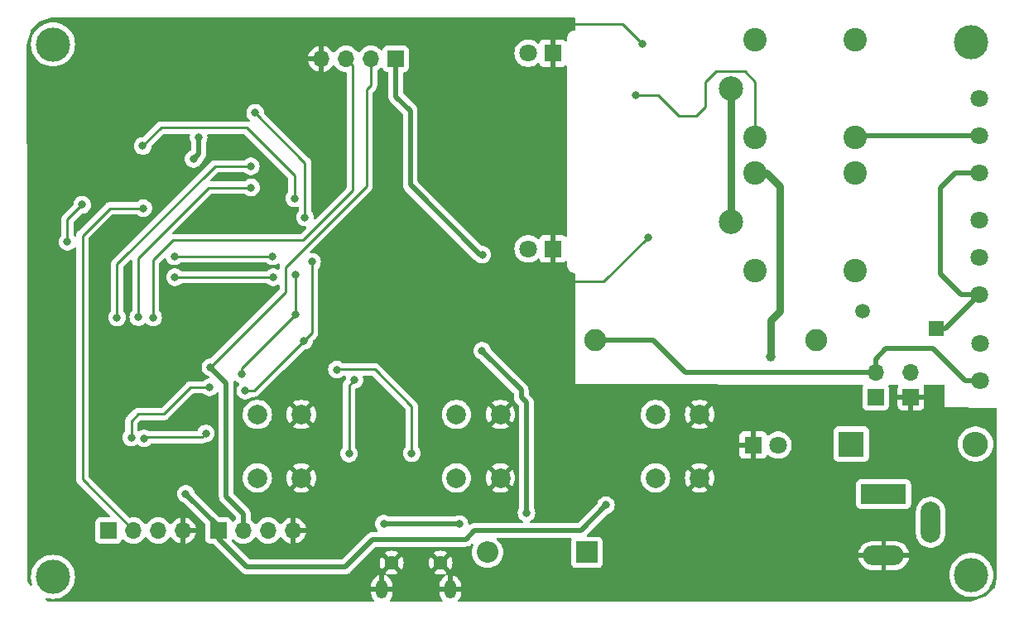
<source format=gbr>
%TF.GenerationSoftware,KiCad,Pcbnew,7.0.2*%
%TF.CreationDate,2024-06-27T10:52:01-03:00*%
%TF.ProjectId,Irrigation_IoT,49727269-6761-4746-996f-6e5f496f542e,rev?*%
%TF.SameCoordinates,Original*%
%TF.FileFunction,Copper,L2,Bot*%
%TF.FilePolarity,Positive*%
%FSLAX46Y46*%
G04 Gerber Fmt 4.6, Leading zero omitted, Abs format (unit mm)*
G04 Created by KiCad (PCBNEW 7.0.2) date 2024-06-27 10:52:01*
%MOMM*%
%LPD*%
G01*
G04 APERTURE LIST*
%TA.AperFunction,ComponentPad*%
%ADD10C,2.250000*%
%TD*%
%TA.AperFunction,ComponentPad*%
%ADD11R,1.700000X1.700000*%
%TD*%
%TA.AperFunction,ComponentPad*%
%ADD12O,1.700000X1.700000*%
%TD*%
%TA.AperFunction,ComponentPad*%
%ADD13C,2.000000*%
%TD*%
%TA.AperFunction,ComponentPad*%
%ADD14C,1.800000*%
%TD*%
%TA.AperFunction,ComponentPad*%
%ADD15R,1.800000X1.800000*%
%TD*%
%TA.AperFunction,ComponentPad*%
%ADD16C,3.500000*%
%TD*%
%TA.AperFunction,ComponentPad*%
%ADD17O,1.200000X1.900000*%
%TD*%
%TA.AperFunction,ComponentPad*%
%ADD18C,1.450000*%
%TD*%
%TA.AperFunction,ComponentPad*%
%ADD19R,2.600000X2.600000*%
%TD*%
%TA.AperFunction,ComponentPad*%
%ADD20O,2.600000X2.600000*%
%TD*%
%TA.AperFunction,ComponentPad*%
%ADD21C,2.400000*%
%TD*%
%TA.AperFunction,ComponentPad*%
%ADD22C,2.500000*%
%TD*%
%TA.AperFunction,ComponentPad*%
%ADD23R,4.600000X2.000000*%
%TD*%
%TA.AperFunction,ComponentPad*%
%ADD24O,4.200000X2.000000*%
%TD*%
%TA.AperFunction,ComponentPad*%
%ADD25O,2.000000X4.200000*%
%TD*%
%TA.AperFunction,ComponentPad*%
%ADD26R,1.500000X1.500000*%
%TD*%
%TA.AperFunction,ComponentPad*%
%ADD27C,1.500000*%
%TD*%
%TA.AperFunction,ComponentPad*%
%ADD28R,2.200000X2.200000*%
%TD*%
%TA.AperFunction,ComponentPad*%
%ADD29O,2.200000X2.200000*%
%TD*%
%TA.AperFunction,ViaPad*%
%ADD30C,0.800000*%
%TD*%
%TA.AperFunction,ViaPad*%
%ADD31C,1.000000*%
%TD*%
%TA.AperFunction,Conductor*%
%ADD32C,0.254000*%
%TD*%
%TA.AperFunction,Conductor*%
%ADD33C,0.508000*%
%TD*%
%TA.AperFunction,Conductor*%
%ADD34C,0.762000*%
%TD*%
G04 APERTURE END LIST*
D10*
%TO.P,F1,1*%
%TO.N,Net-(D5-K)*%
X151900000Y-73930000D03*
%TO.P,F1,2*%
%TO.N,Net-(J8-Pin_1)*%
X129300000Y-73930000D03*
%TD*%
D11*
%TO.P,J6,1,Pin_1*%
%TO.N,+3.3V*%
X108910000Y-45125000D03*
D12*
%TO.P,J6,2,Pin_2*%
%TO.N,/SDA*%
X106370000Y-45125000D03*
%TO.P,J6,3,Pin_3*%
%TO.N,/SCL*%
X103830000Y-45125000D03*
%TO.P,J6,4,Pin_4*%
%TO.N,Earth*%
X101290000Y-45125000D03*
%TD*%
D13*
%TO.P,BT3,1,1*%
%TO.N,/BT_3*%
X135470000Y-88020000D03*
X135470000Y-81520000D03*
%TO.P,BT3,2,2*%
%TO.N,Earth*%
X139970000Y-88020000D03*
X139970000Y-81520000D03*
%TD*%
D14*
%TO.P,J3,1,Pin_1*%
%TO.N,Net-(D5-K)*%
X168610000Y-56790000D03*
%TO.P,J3,2,Pin_2*%
%TO.N,Net-(D5-A)*%
X168610000Y-52980000D03*
%TO.P,J3,3,Pin_3*%
%TO.N,Net-(D9-A)*%
X168610000Y-49170000D03*
%TD*%
D15*
%TO.P,LED1,1,K*%
%TO.N,Earth*%
X145455000Y-84660000D03*
D14*
%TO.P,LED1,2,A*%
%TO.N,Net-(LED1-A)*%
X147995000Y-84660000D03*
%TD*%
D16*
%TO.P,REF\u002A\u002A,1*%
%TO.N,N/C*%
X73840000Y-98140000D03*
%TD*%
D17*
%TO.P,J2,6,Shield*%
%TO.N,Earth*%
X107480000Y-99387500D03*
D18*
X108480000Y-96687500D03*
X113480000Y-96687500D03*
D17*
X114480000Y-99387500D03*
%TD*%
D16*
%TO.P,REF\u002A\u002A,1*%
%TO.N,N/C*%
X167770000Y-97950000D03*
%TD*%
D11*
%TO.P,J9,1,Pin_1*%
%TO.N,+12V*%
X157980000Y-79765000D03*
D12*
%TO.P,J9,2,Pin_2*%
%TO.N,Net-(J8-Pin_1)*%
X157980000Y-77225000D03*
%TD*%
D14*
%TO.P,J8,1,Pin_1*%
%TO.N,Net-(J8-Pin_1)*%
X168635000Y-78105000D03*
%TO.P,J8,2,Pin_2*%
%TO.N,Net-(J10-Pin_2)*%
X168635000Y-74295000D03*
%TD*%
D16*
%TO.P,REF\u002A\u002A,1*%
%TO.N,N/C*%
X167770000Y-43470000D03*
%TD*%
D19*
%TO.P,D2,1,K*%
%TO.N,+12V*%
X155500000Y-84560000D03*
D20*
%TO.P,D2,2,A*%
%TO.N,Net-(D2-A)*%
X168200000Y-84560000D03*
%TD*%
D21*
%TO.P,K4,1*%
%TO.N,Net-(D6-A)*%
X145660000Y-66830000D03*
D22*
%TO.P,K4,2*%
%TO.N,Net-(J10-Pin_2)*%
X143160000Y-61830000D03*
D21*
%TO.P,K4,3*%
%TO.N,Net-(D7-A)*%
X155860000Y-66830000D03*
%TO.P,K4,4*%
%TO.N,Net-(D8-A)*%
X155860000Y-56830000D03*
%TO.P,K4,5*%
%TO.N,+12V*%
X145660000Y-56830000D03*
%TD*%
D13*
%TO.P,BT1,1,1*%
%TO.N,/BT_1*%
X94740000Y-88020000D03*
X94740000Y-81520000D03*
%TO.P,BT1,2,2*%
%TO.N,Earth*%
X99240000Y-88020000D03*
X99240000Y-81520000D03*
%TD*%
D14*
%TO.P,LED2,2,A*%
%TO.N,Net-(LED2-A)*%
X122435000Y-44570000D03*
D15*
%TO.P,LED2,1,K*%
%TO.N,Earth*%
X124975000Y-44570000D03*
%TD*%
D16*
%TO.P,REF\u002A\u002A,1*%
%TO.N,N/C*%
X73840000Y-43660000D03*
%TD*%
D15*
%TO.P,LED3,1,K*%
%TO.N,Earth*%
X124975000Y-64580000D03*
D14*
%TO.P,LED3,2,A*%
%TO.N,Net-(LED3-A)*%
X122435000Y-64580000D03*
%TD*%
D23*
%TO.P,J1,1*%
%TO.N,Net-(D2-A)*%
X158800000Y-89660000D03*
D24*
%TO.P,J1,2*%
%TO.N,Earth*%
X158800000Y-95960000D03*
D25*
%TO.P,J1,3,MountPin*%
%TO.N,unconnected-(J1-MountPin-Pad3)*%
X163600000Y-92560000D03*
%TD*%
D14*
%TO.P,J7,1,Pin_1*%
%TO.N,Net-(D5-K)*%
X168610000Y-69260000D03*
%TO.P,J7,2,Pin_2*%
%TO.N,Net-(D7-A)*%
X168610000Y-65450000D03*
%TO.P,J7,3,Pin_3*%
%TO.N,Net-(D8-A)*%
X168610000Y-61640000D03*
%TD*%
D26*
%TO.P,RV1,1*%
%TO.N,Net-(D5-K)*%
X164140000Y-72770000D03*
D27*
%TO.P,RV1,2*%
%TO.N,Net-(J10-Pin_2)*%
X156640000Y-70970000D03*
%TD*%
D21*
%TO.P,K3,1*%
%TO.N,Net-(D4-A)*%
X145660000Y-53201200D03*
D22*
%TO.P,K3,2*%
%TO.N,Net-(J10-Pin_2)*%
X143160000Y-48201200D03*
D21*
%TO.P,K3,3*%
%TO.N,Net-(D5-A)*%
X155860000Y-53201200D03*
%TO.P,K3,4*%
%TO.N,Net-(D9-A)*%
X155860000Y-43201200D03*
%TO.P,K3,5*%
%TO.N,+12V*%
X145660000Y-43201200D03*
%TD*%
D11*
%TO.P,J4,1,Pin_1*%
%TO.N,+3.3V*%
X90770000Y-93390000D03*
D12*
%TO.P,J4,2,Pin_2*%
%TO.N,/SDA*%
X93310000Y-93390000D03*
%TO.P,J4,3,Pin_3*%
%TO.N,/SCL*%
X95850000Y-93390000D03*
%TO.P,J4,4,Pin_4*%
%TO.N,Earth*%
X98390000Y-93390000D03*
%TD*%
D11*
%TO.P,J10,1,Pin_1*%
%TO.N,Earth*%
X161590000Y-79765000D03*
D12*
%TO.P,J10,2,Pin_2*%
%TO.N,Net-(J10-Pin_2)*%
X161590000Y-77225000D03*
%TD*%
D11*
%TO.P,J5,1,Pin_1*%
%TO.N,+3.3V*%
X79530000Y-93390000D03*
D12*
%TO.P,J5,2,Pin_2*%
%TO.N,/DHT22_SDA*%
X82070000Y-93390000D03*
%TO.P,J5,3,Pin_3*%
%TO.N,unconnected-(J5-Pin_3-Pad3)*%
X84610000Y-93390000D03*
%TO.P,J5,4,Pin_4*%
%TO.N,Earth*%
X87150000Y-93390000D03*
%TD*%
D28*
%TO.P,D3,1,K*%
%TO.N,+12V*%
X128440000Y-95630000D03*
D29*
%TO.P,D3,2,A*%
%TO.N,/VBUS*%
X118280000Y-95630000D03*
%TD*%
D13*
%TO.P,BT2,1,1*%
%TO.N,/BT_2*%
X115105000Y-88020000D03*
X115105000Y-81520000D03*
%TO.P,BT2,2,2*%
%TO.N,Earth*%
X119605000Y-88020000D03*
X119605000Y-81520000D03*
%TD*%
D30*
%TO.N,Earth*%
X92410000Y-70040000D03*
X78490000Y-72710000D03*
X73010000Y-59680000D03*
X72820000Y-63270000D03*
X72690000Y-67140000D03*
X72990000Y-69420000D03*
X72590000Y-71640000D03*
X149940000Y-82020000D03*
X150060000Y-87390000D03*
X147500000Y-91080000D03*
X148550000Y-93480000D03*
X153630000Y-91250000D03*
X153900000Y-96590000D03*
X148530000Y-97840000D03*
X80970000Y-54210000D03*
X114670000Y-76320000D03*
X86950000Y-96050000D03*
X84420000Y-46560000D03*
X107770000Y-63970000D03*
X102430000Y-99340000D03*
X111590000Y-88450000D03*
X124550000Y-95960000D03*
X128220000Y-89850000D03*
X142500000Y-84700000D03*
X146670000Y-79880000D03*
X165560000Y-82400000D03*
X161430000Y-82640000D03*
X164630000Y-88000000D03*
X168950000Y-89440000D03*
X164240000Y-97810000D03*
X158800000Y-98930000D03*
X110960000Y-98450000D03*
X134700000Y-63390000D03*
X134150000Y-43640000D03*
X76750000Y-97020000D03*
X124730000Y-99230000D03*
X118860000Y-99180000D03*
X143440000Y-81170000D03*
X142150000Y-91410000D03*
X158800000Y-92880000D03*
X167220000Y-89470000D03*
X137720000Y-84770000D03*
X123330000Y-70220000D03*
X110770000Y-63700000D03*
X91430000Y-48740000D03*
X72960000Y-65460000D03*
X86540000Y-70240000D03*
X117355000Y-84770000D03*
X96990000Y-84770000D03*
X101810000Y-88780000D03*
X101310000Y-92680000D03*
X98380000Y-99300000D03*
X90910000Y-99230000D03*
X79000000Y-98820000D03*
X81780000Y-90340000D03*
X85830000Y-88590000D03*
X85810000Y-85330000D03*
X112780000Y-70930000D03*
X119600000Y-47360000D03*
X116960000Y-45310000D03*
X116420000Y-48870000D03*
X113290000Y-51080000D03*
X102130000Y-57440000D03*
X102300000Y-50210000D03*
X98200000Y-49890000D03*
X95720000Y-46550000D03*
X73290000Y-47190000D03*
X75770000Y-54530000D03*
X72860000Y-61370000D03*
X74420000Y-71300000D03*
X74470000Y-67790000D03*
X104240000Y-72470000D03*
X107380000Y-61410000D03*
X108750000Y-68060000D03*
X115800000Y-78180000D03*
%TO.N,/RTS*%
X98660000Y-67200000D03*
%TO.N,/DTR*%
X100340000Y-65910000D03*
X99620000Y-61360000D03*
%TO.N,/RTS*%
X98540000Y-59420000D03*
%TO.N,/DTR*%
X94520000Y-50670000D03*
%TO.N,/RTS*%
X83020000Y-54050000D03*
%TO.N,/IO0*%
X88220000Y-55390000D03*
X88730000Y-53170000D03*
%TO.N,Net-(D4-A)*%
X133460000Y-48890000D03*
D31*
%TO.N,+12V*%
X147240000Y-75600000D03*
D30*
%TO.N,/VBUS*%
X122270000Y-91590000D03*
X117730000Y-75030000D03*
%TO.N,+3.3V*%
X130400000Y-90810000D03*
%TO.N,/D-*%
X104680000Y-77980000D03*
X104120000Y-85510000D03*
%TO.N,/D+*%
X102880000Y-76930000D03*
X110530000Y-85500000D03*
%TO.N,/ESP_RX*%
X75310000Y-63860000D03*
X76820000Y-60070000D03*
X86310000Y-67490000D03*
X96350000Y-67490000D03*
%TO.N,/ESP_TX*%
X86250000Y-65350000D03*
X96300000Y-65350000D03*
%TO.N,/DTR*%
X99530000Y-73970000D03*
X93500000Y-79100000D03*
X89480000Y-83460000D03*
X83160000Y-83970000D03*
%TO.N,/RTS*%
X98680000Y-71270000D03*
X93130000Y-77410000D03*
X89840000Y-78750000D03*
X81850000Y-83880000D03*
%TO.N,/SCL*%
X84080000Y-71600000D03*
%TO.N,/SDA*%
X89950000Y-76690000D03*
%TO.N,/RELE_1*%
X80400000Y-71600000D03*
%TO.N,/RELE_2*%
X82560000Y-71570000D03*
X94100000Y-58300000D03*
%TO.N,/RELE_1*%
X94070000Y-56140000D03*
%TO.N,+3.3V*%
X117750000Y-65180000D03*
X87420000Y-89650000D03*
%TO.N,/DHT22_SDA*%
X83080000Y-60420000D03*
%TO.N,/VBUS*%
X107670000Y-92710000D03*
X115400000Y-92740000D03*
%TD*%
D32*
%TO.N,Earth*%
X124975000Y-41735000D02*
X124975000Y-44570000D01*
X125160000Y-41550000D02*
X124975000Y-41735000D01*
X132060000Y-41550000D02*
X125160000Y-41550000D01*
X134150000Y-43640000D02*
X132060000Y-41550000D01*
X124975000Y-66525000D02*
X124975000Y-64580000D01*
X130140000Y-67950000D02*
X126400000Y-67950000D01*
X126400000Y-67950000D02*
X124975000Y-66525000D01*
X134700000Y-63390000D02*
X130140000Y-67950000D01*
D33*
%TO.N,+3.3V*%
X110380000Y-58030000D02*
X110380000Y-50460000D01*
X110380000Y-50460000D02*
X108910000Y-48990000D01*
X108910000Y-48990000D02*
X108910000Y-45125000D01*
X117750000Y-65180000D02*
X117530000Y-65180000D01*
X117530000Y-65180000D02*
X110380000Y-58030000D01*
D32*
%TO.N,/SDA*%
X105930000Y-48280000D02*
X106370000Y-47840000D01*
X106370000Y-47840000D02*
X106370000Y-45125000D01*
X105930000Y-58140000D02*
X105930000Y-48280000D01*
X97630000Y-66440000D02*
X105930000Y-58140000D01*
X89950000Y-76690000D02*
X97630000Y-69010000D01*
X97630000Y-69010000D02*
X97630000Y-66440000D01*
%TO.N,/SCL*%
X104500000Y-45795000D02*
X103830000Y-45125000D01*
X104500000Y-58610000D02*
X104500000Y-45795000D01*
X99400000Y-63710000D02*
X104500000Y-58610000D01*
X84080000Y-65730000D02*
X86100000Y-63710000D01*
X84080000Y-71600000D02*
X84080000Y-65730000D01*
X86100000Y-63710000D02*
X99400000Y-63710000D01*
%TO.N,/DTR*%
X89080000Y-83860000D02*
X89480000Y-83460000D01*
X83270000Y-83860000D02*
X89080000Y-83860000D01*
X83160000Y-83970000D02*
X83270000Y-83860000D01*
%TO.N,Earth*%
X111620000Y-70930000D02*
X108750000Y-68060000D01*
X112780000Y-70930000D02*
X111620000Y-70930000D01*
D34*
%TO.N,+12V*%
X148160000Y-70970000D02*
X147240000Y-71890000D01*
X148160000Y-58170000D02*
X148160000Y-70970000D01*
X146820000Y-56830000D02*
X148160000Y-58170000D01*
X145660000Y-56830000D02*
X146820000Y-56830000D01*
X147240000Y-71890000D02*
X147240000Y-75600000D01*
D32*
%TO.N,Net-(D4-A)*%
X145660000Y-47510000D02*
X145660000Y-53201200D01*
X144590000Y-46440000D02*
X145660000Y-47510000D01*
X141640000Y-46440000D02*
X144590000Y-46440000D01*
X139660000Y-50950000D02*
X140570000Y-50040000D01*
X140570000Y-50040000D02*
X140570000Y-47510000D01*
X137820000Y-50950000D02*
X139660000Y-50950000D01*
X135760000Y-48890000D02*
X137820000Y-50950000D01*
X140570000Y-47510000D02*
X141640000Y-46440000D01*
X133460000Y-48890000D02*
X135760000Y-48890000D01*
D33*
%TO.N,Net-(J8-Pin_1)*%
X138495000Y-77225000D02*
X157980000Y-77225000D01*
X135200000Y-73930000D02*
X138495000Y-77225000D01*
X129300000Y-73930000D02*
X135200000Y-73930000D01*
D32*
%TO.N,/RTS*%
X84890000Y-52180000D02*
X83020000Y-54050000D01*
X93630000Y-52180000D02*
X84890000Y-52180000D01*
X98540000Y-57090000D02*
X93630000Y-52180000D01*
X98540000Y-59420000D02*
X98540000Y-57090000D01*
X98660000Y-71250000D02*
X98680000Y-71270000D01*
X98660000Y-67200000D02*
X98660000Y-71250000D01*
%TO.N,/DTR*%
X100340000Y-73160000D02*
X99530000Y-73970000D01*
X100340000Y-65910000D02*
X100340000Y-73160000D01*
X99620000Y-55770000D02*
X99620000Y-61360000D01*
X94520000Y-50670000D02*
X99620000Y-55770000D01*
D33*
%TO.N,/IO0*%
X88730000Y-54880000D02*
X88220000Y-55390000D01*
X88730000Y-53170000D02*
X88730000Y-54880000D01*
D32*
%TO.N,/RTS*%
X93130000Y-76820000D02*
X93130000Y-77410000D01*
X98680000Y-71270000D02*
X93130000Y-76820000D01*
%TO.N,/ESP_RX*%
X86310000Y-67490000D02*
X96350000Y-67490000D01*
%TO.N,/ESP_TX*%
X96300000Y-65350000D02*
X86250000Y-65350000D01*
D33*
%TO.N,/VBUS*%
X122270000Y-80310000D02*
X122270000Y-91590000D01*
X121730000Y-79770000D02*
X122270000Y-80310000D01*
X121730000Y-79030000D02*
X121730000Y-79770000D01*
X117730000Y-75030000D02*
X121730000Y-79030000D01*
%TO.N,+3.3V*%
X127820000Y-93390000D02*
X130400000Y-90810000D01*
X116970000Y-93390000D02*
X127820000Y-93390000D01*
X93670000Y-97120000D02*
X103730000Y-97120000D01*
X103730000Y-97120000D02*
X106560000Y-94290000D01*
X90770000Y-94220000D02*
X93670000Y-97120000D01*
X116070000Y-94290000D02*
X116970000Y-93390000D01*
X90770000Y-93390000D02*
X90770000Y-94220000D01*
X106560000Y-94290000D02*
X116070000Y-94290000D01*
D32*
%TO.N,/D+*%
X102890000Y-76920000D02*
X102880000Y-76930000D01*
X106760000Y-76920000D02*
X102890000Y-76920000D01*
X110530000Y-80690000D02*
X106760000Y-76920000D01*
X110530000Y-85500000D02*
X110530000Y-80690000D01*
D33*
%TO.N,/VBUS*%
X115350000Y-92690000D02*
X107690000Y-92690000D01*
D32*
X107690000Y-92690000D02*
X107670000Y-92710000D01*
X115400000Y-92740000D02*
X115350000Y-92690000D01*
%TO.N,/D-*%
X104120000Y-78540000D02*
X104680000Y-77980000D01*
X104120000Y-85510000D02*
X104120000Y-78540000D01*
%TO.N,/ESP_RX*%
X75310000Y-61580000D02*
X76820000Y-60070000D01*
X75310000Y-63860000D02*
X75310000Y-61580000D01*
%TO.N,/RELE_2*%
X89760000Y-58300000D02*
X82560000Y-65500000D01*
X94100000Y-58300000D02*
X89760000Y-58300000D01*
X82560000Y-65500000D02*
X82560000Y-71570000D01*
%TO.N,/RELE_1*%
X80400000Y-66150000D02*
X80400000Y-71600000D01*
X94070000Y-56140000D02*
X90410000Y-56140000D01*
X90410000Y-56140000D02*
X80400000Y-66150000D01*
%TO.N,/DTR*%
X94400000Y-79100000D02*
X99530000Y-73970000D01*
X93500000Y-79100000D02*
X94400000Y-79100000D01*
%TO.N,/RTS*%
X87920000Y-78750000D02*
X89840000Y-78750000D01*
X85180000Y-81490000D02*
X87920000Y-78750000D01*
X82550000Y-81490000D02*
X85180000Y-81490000D01*
X81850000Y-82190000D02*
X82550000Y-81490000D01*
X81850000Y-83880000D02*
X81850000Y-82190000D01*
D33*
%TO.N,/SDA*%
X91570000Y-89930000D02*
X93310000Y-91670000D01*
X93310000Y-91670000D02*
X93310000Y-93390000D01*
X91570000Y-78310000D02*
X91570000Y-89930000D01*
X89950000Y-76690000D02*
X91570000Y-78310000D01*
D32*
%TO.N,/DHT22_SDA*%
X76850000Y-88170000D02*
X82070000Y-93390000D01*
X76850000Y-63220000D02*
X76850000Y-88170000D01*
X79650000Y-60420000D02*
X76850000Y-63220000D01*
X83080000Y-60420000D02*
X79650000Y-60420000D01*
D33*
%TO.N,+3.3V*%
X90770000Y-93390000D02*
X90770000Y-93000000D01*
X90770000Y-93000000D02*
X87420000Y-89650000D01*
D34*
%TO.N,Net-(J10-Pin_2)*%
X143160000Y-61830000D02*
X143160000Y-48201200D01*
D33*
%TO.N,Net-(J8-Pin_1)*%
X167145000Y-78105000D02*
X168635000Y-78105000D01*
X163820000Y-74780000D02*
X167145000Y-78105000D01*
X159040000Y-74780000D02*
X163820000Y-74780000D01*
X157980000Y-77225000D02*
X157980000Y-75840000D01*
X157980000Y-75840000D02*
X159040000Y-74780000D01*
%TO.N,Net-(D5-K)*%
X165100000Y-72770000D02*
X164140000Y-72770000D01*
X168610000Y-69260000D02*
X165100000Y-72770000D01*
X166150000Y-56790000D02*
X168610000Y-56790000D01*
X164620000Y-58320000D02*
X166150000Y-56790000D01*
X164620000Y-67160000D02*
X164620000Y-58320000D01*
X166720000Y-69260000D02*
X164620000Y-67160000D01*
X168610000Y-69260000D02*
X166720000Y-69260000D01*
%TO.N,Net-(D5-A)*%
X156081200Y-52980000D02*
X155860000Y-53201200D01*
X168610000Y-52980000D02*
X156081200Y-52980000D01*
%TD*%
%TA.AperFunction,Conductor*%
%TO.N,Earth*%
G36*
X127201580Y-40899685D02*
G01*
X127247335Y-40952489D01*
X127258226Y-40995166D01*
X127259686Y-41015607D01*
X127260001Y-41024408D01*
X127260288Y-42102278D01*
X127240621Y-42169323D01*
X127187829Y-42215092D01*
X127150666Y-42225475D01*
X127125422Y-42228422D01*
X127107866Y-42225419D01*
X127100643Y-42228026D01*
X127072944Y-42234550D01*
X127071987Y-42234661D01*
X127054408Y-42240566D01*
X127030224Y-42246072D01*
X127027351Y-42246428D01*
X127007477Y-42256329D01*
X126955986Y-42273623D01*
X126937318Y-42274340D01*
X126931883Y-42277816D01*
X126920994Y-42283029D01*
X126887769Y-42302577D01*
X126866981Y-42312340D01*
X126862954Y-42313793D01*
X126846829Y-42326664D01*
X126765964Y-42374242D01*
X126738361Y-42399426D01*
X126721592Y-42412288D01*
X126716921Y-42415274D01*
X126704945Y-42429916D01*
X126641053Y-42488210D01*
X126613345Y-42526744D01*
X126600892Y-42541489D01*
X126596201Y-42546237D01*
X126588412Y-42561419D01*
X126542342Y-42625490D01*
X126518836Y-42678754D01*
X126510677Y-42694194D01*
X126506611Y-42700727D01*
X126502674Y-42715376D01*
X126474072Y-42780187D01*
X126459661Y-42848534D01*
X126455479Y-42863593D01*
X126452519Y-42872124D01*
X126451825Y-42885700D01*
X126439187Y-42945640D01*
X126439252Y-43027669D01*
X126438485Y-43041538D01*
X126436661Y-43057853D01*
X126439254Y-43073874D01*
X126439254Y-43220097D01*
X126419569Y-43287136D01*
X126366765Y-43332891D01*
X126297607Y-43342835D01*
X126240943Y-43319364D01*
X126117089Y-43226647D01*
X125982371Y-43176400D01*
X125926132Y-43170354D01*
X125919518Y-43170000D01*
X125225000Y-43170000D01*
X125225000Y-44195810D01*
X125172453Y-44159984D01*
X125042827Y-44120000D01*
X124941276Y-44120000D01*
X124840862Y-44135135D01*
X124725000Y-44190931D01*
X124725000Y-43170000D01*
X124030482Y-43170000D01*
X124023867Y-43170354D01*
X123967628Y-43176400D01*
X123832910Y-43226647D01*
X123717811Y-43312811D01*
X123631645Y-43427913D01*
X123602923Y-43504920D01*
X123561052Y-43560854D01*
X123495587Y-43585270D01*
X123427314Y-43570418D01*
X123395513Y-43545570D01*
X123386784Y-43536087D01*
X123203626Y-43393530D01*
X122999503Y-43283064D01*
X122999499Y-43283062D01*
X122999498Y-43283062D01*
X122779984Y-43207702D01*
X122587724Y-43175620D01*
X122551049Y-43169500D01*
X122318951Y-43169500D01*
X122282276Y-43175620D01*
X122090015Y-43207702D01*
X121870501Y-43283062D01*
X121870497Y-43283063D01*
X121870497Y-43283064D01*
X121803421Y-43319364D01*
X121666372Y-43393531D01*
X121483215Y-43536087D01*
X121326020Y-43706848D01*
X121199076Y-43901150D01*
X121105844Y-44113696D01*
X121105842Y-44113700D01*
X121105843Y-44113700D01*
X121062145Y-44286260D01*
X121048865Y-44338700D01*
X121029699Y-44570000D01*
X121048865Y-44801299D01*
X121048865Y-44801301D01*
X121048866Y-44801305D01*
X121085510Y-44946007D01*
X121105844Y-45026303D01*
X121108763Y-45032957D01*
X121199076Y-45238849D01*
X121326021Y-45433153D01*
X121483216Y-45603913D01*
X121666374Y-45746470D01*
X121870497Y-45856936D01*
X121954421Y-45885747D01*
X122090015Y-45932297D01*
X122090017Y-45932297D01*
X122090019Y-45932298D01*
X122318951Y-45970500D01*
X122318952Y-45970500D01*
X122551048Y-45970500D01*
X122551049Y-45970500D01*
X122779981Y-45932298D01*
X122999503Y-45856936D01*
X123203626Y-45746470D01*
X123386784Y-45603913D01*
X123395511Y-45594432D01*
X123455394Y-45558441D01*
X123525233Y-45560538D01*
X123582850Y-45600060D01*
X123602924Y-45635079D01*
X123631647Y-45712088D01*
X123717811Y-45827188D01*
X123832910Y-45913352D01*
X123967628Y-45963599D01*
X124023867Y-45969645D01*
X124030482Y-45970000D01*
X124725000Y-45970000D01*
X124725000Y-44944189D01*
X124777547Y-44980016D01*
X124907173Y-45020000D01*
X125008724Y-45020000D01*
X125109138Y-45004865D01*
X125225000Y-44949068D01*
X125225000Y-45970000D01*
X125919518Y-45970000D01*
X125926132Y-45969645D01*
X125982371Y-45963599D01*
X126117088Y-45913352D01*
X126240943Y-45820635D01*
X126306407Y-45796218D01*
X126374680Y-45811069D01*
X126424086Y-45860474D01*
X126439254Y-45919902D01*
X126439254Y-63230097D01*
X126419569Y-63297136D01*
X126366765Y-63342891D01*
X126297607Y-63352835D01*
X126240943Y-63329364D01*
X126117089Y-63236647D01*
X125982371Y-63186400D01*
X125926132Y-63180354D01*
X125919518Y-63180000D01*
X125225000Y-63180000D01*
X125225000Y-64205810D01*
X125172453Y-64169984D01*
X125042827Y-64130000D01*
X124941276Y-64130000D01*
X124840862Y-64145135D01*
X124725000Y-64200931D01*
X124725000Y-63180000D01*
X124030482Y-63180000D01*
X124023867Y-63180354D01*
X123967628Y-63186400D01*
X123832910Y-63236647D01*
X123717811Y-63322811D01*
X123631645Y-63437913D01*
X123602923Y-63514920D01*
X123561052Y-63570854D01*
X123495587Y-63595270D01*
X123427314Y-63580418D01*
X123395513Y-63555570D01*
X123386784Y-63546087D01*
X123203626Y-63403530D01*
X122999503Y-63293064D01*
X122999499Y-63293062D01*
X122999498Y-63293062D01*
X122779984Y-63217702D01*
X122592398Y-63186400D01*
X122551049Y-63179500D01*
X122318951Y-63179500D01*
X122277602Y-63186400D01*
X122090015Y-63217702D01*
X121870501Y-63293062D01*
X121870497Y-63293063D01*
X121870497Y-63293064D01*
X121806342Y-63327783D01*
X121666372Y-63403531D01*
X121483215Y-63546087D01*
X121326020Y-63716848D01*
X121199076Y-63911150D01*
X121105844Y-64123696D01*
X121105842Y-64123700D01*
X121105843Y-64123700D01*
X121056423Y-64318856D01*
X121048865Y-64348700D01*
X121029699Y-64580000D01*
X121048865Y-64811299D01*
X121048865Y-64811301D01*
X121048866Y-64811305D01*
X121100415Y-65014865D01*
X121105844Y-65036303D01*
X121145123Y-65125849D01*
X121199076Y-65248849D01*
X121326021Y-65443153D01*
X121483216Y-65613913D01*
X121666374Y-65756470D01*
X121870497Y-65866936D01*
X121980257Y-65904617D01*
X122090015Y-65942297D01*
X122090017Y-65942297D01*
X122090019Y-65942298D01*
X122318951Y-65980500D01*
X122318952Y-65980500D01*
X122551048Y-65980500D01*
X122551049Y-65980500D01*
X122779981Y-65942298D01*
X122999503Y-65866936D01*
X123203626Y-65756470D01*
X123386784Y-65613913D01*
X123395511Y-65604432D01*
X123455394Y-65568441D01*
X123525233Y-65570538D01*
X123582850Y-65610060D01*
X123602924Y-65645079D01*
X123631647Y-65722088D01*
X123717811Y-65837188D01*
X123832910Y-65923352D01*
X123967628Y-65973599D01*
X124023867Y-65979645D01*
X124030482Y-65980000D01*
X124725000Y-65980000D01*
X124725000Y-64954189D01*
X124777547Y-64990016D01*
X124907173Y-65030000D01*
X125008724Y-65030000D01*
X125109138Y-65014865D01*
X125225000Y-64959068D01*
X125225000Y-65980000D01*
X125919518Y-65980000D01*
X125926132Y-65979645D01*
X125982371Y-65973599D01*
X126117088Y-65923352D01*
X126240943Y-65830635D01*
X126306407Y-65806218D01*
X126374680Y-65821069D01*
X126424086Y-65870474D01*
X126439254Y-65929902D01*
X126439255Y-66222171D01*
X126438187Y-66225808D01*
X126438492Y-66238487D01*
X126436456Y-66246090D01*
X126438110Y-66258171D01*
X126439255Y-66274985D01*
X126439255Y-66290289D01*
X126439898Y-66293368D01*
X126441361Y-66354713D01*
X126456284Y-66417749D01*
X126455828Y-66426307D01*
X126459816Y-66436945D01*
X126464370Y-66451901D01*
X126480314Y-66519249D01*
X126511285Y-66584991D01*
X126512850Y-66595035D01*
X126519231Y-66604747D01*
X126527770Y-66619985D01*
X126541451Y-66649025D01*
X126552373Y-66672209D01*
X126588876Y-66720420D01*
X126600655Y-66735978D01*
X126604818Y-66746956D01*
X126613192Y-66755026D01*
X126626009Y-66769465D01*
X126654436Y-66807010D01*
X126654438Y-66807012D01*
X126688118Y-66836252D01*
X126720226Y-66864127D01*
X126727349Y-66875234D01*
X126736998Y-66881074D01*
X126754084Y-66893521D01*
X126764401Y-66902478D01*
X126782118Y-66917860D01*
X126827782Y-66943231D01*
X126864442Y-66963600D01*
X126874644Y-66973953D01*
X126884758Y-66977323D01*
X126905785Y-66986572D01*
X126939558Y-67005336D01*
X126947903Y-67009081D01*
X126974279Y-67013672D01*
X127026633Y-67029830D01*
X127039758Y-67038522D01*
X127049530Y-67039493D01*
X127073841Y-67044399D01*
X127091485Y-67049845D01*
X127092318Y-67049921D01*
X127119968Y-67055716D01*
X127144825Y-67054742D01*
X127154334Y-67055615D01*
X127219290Y-67081346D01*
X127260025Y-67138113D01*
X127266993Y-67179062D01*
X127269807Y-77699142D01*
X127270000Y-78419999D01*
X127270000Y-78420000D01*
X156581431Y-78482067D01*
X156648426Y-78501894D01*
X156694069Y-78554794D01*
X156703866Y-78623974D01*
X156690826Y-78655364D01*
X156692435Y-78655965D01*
X156686205Y-78672667D01*
X156686204Y-78672669D01*
X156656787Y-78751539D01*
X156635909Y-78807516D01*
X156630079Y-78861746D01*
X156629500Y-78867127D01*
X156629500Y-78870448D01*
X156629500Y-78870449D01*
X156629500Y-80659560D01*
X156629500Y-80659578D01*
X156629501Y-80662872D01*
X156629853Y-80666152D01*
X156629854Y-80666159D01*
X156635909Y-80722484D01*
X156661056Y-80789906D01*
X156686204Y-80857331D01*
X156772454Y-80972546D01*
X156887669Y-81058796D01*
X157022517Y-81109091D01*
X157082127Y-81115500D01*
X158877872Y-81115499D01*
X158937483Y-81109091D01*
X159072331Y-81058796D01*
X159187546Y-80972546D01*
X159273796Y-80857331D01*
X159324091Y-80722483D01*
X159330500Y-80662873D01*
X159330499Y-78867128D01*
X159324091Y-78807517D01*
X159273796Y-78672669D01*
X159273795Y-78672667D01*
X159267565Y-78655964D01*
X159272063Y-78654286D01*
X159259596Y-78620926D01*
X159274403Y-78552644D01*
X159323777Y-78503206D01*
X159383532Y-78488001D01*
X160186651Y-78489701D01*
X160253646Y-78509528D01*
X160299289Y-78562429D01*
X160309086Y-78631608D01*
X160302568Y-78657034D01*
X160246400Y-78807626D01*
X160240354Y-78863867D01*
X160240000Y-78870481D01*
X160240000Y-79515000D01*
X161156314Y-79515000D01*
X161130507Y-79555156D01*
X161090000Y-79693111D01*
X161090000Y-79836889D01*
X161130507Y-79974844D01*
X161156314Y-80015000D01*
X160240000Y-80015000D01*
X160240000Y-80659518D01*
X160240354Y-80666132D01*
X160246400Y-80722371D01*
X160296647Y-80857089D01*
X160382811Y-80972188D01*
X160497910Y-81058352D01*
X160632628Y-81108599D01*
X160688867Y-81114645D01*
X160695482Y-81115000D01*
X161340000Y-81115000D01*
X161340000Y-80200501D01*
X161447685Y-80249680D01*
X161554237Y-80265000D01*
X161625763Y-80265000D01*
X161732315Y-80249680D01*
X161840000Y-80200501D01*
X161840000Y-81115000D01*
X162484518Y-81115000D01*
X162491132Y-81114645D01*
X162547371Y-81108599D01*
X162682089Y-81058352D01*
X162797188Y-80972188D01*
X162883352Y-80857089D01*
X162933599Y-80722371D01*
X162939645Y-80666132D01*
X162940000Y-80659518D01*
X162940000Y-80015000D01*
X162023686Y-80015000D01*
X162049493Y-79974844D01*
X162090000Y-79836889D01*
X162090000Y-79693111D01*
X162049493Y-79555156D01*
X162023686Y-79515000D01*
X162940000Y-79515000D01*
X162940000Y-78870481D01*
X162939645Y-78863867D01*
X162933599Y-78807628D01*
X162879649Y-78662984D01*
X162874665Y-78593292D01*
X162908149Y-78531969D01*
X162969472Y-78498484D01*
X162996086Y-78495650D01*
X164925730Y-78499736D01*
X164992725Y-78519563D01*
X165038368Y-78572463D01*
X165049464Y-78624270D01*
X165039999Y-80819999D01*
X165040000Y-80819999D01*
X165040000Y-80820000D01*
X170060000Y-80830000D01*
X170275929Y-80830000D01*
X170342968Y-80849685D01*
X170388723Y-80902489D01*
X170399928Y-80954068D01*
X170396723Y-86519500D01*
X170390007Y-98176547D01*
X170387106Y-98203140D01*
X170158714Y-99240422D01*
X170125075Y-99301660D01*
X170119595Y-99306792D01*
X169157771Y-100154340D01*
X169117705Y-100178007D01*
X167740316Y-100672703D01*
X167698415Y-100680002D01*
X115385514Y-100685547D01*
X115318473Y-100665870D01*
X115272712Y-100613070D01*
X115262761Y-100543913D01*
X115291779Y-100480354D01*
X115295759Y-100475976D01*
X115348593Y-100420566D01*
X115462166Y-100243844D01*
X115540244Y-100048814D01*
X115580000Y-99842537D01*
X115580000Y-99637500D01*
X114780000Y-99637500D01*
X114780000Y-99137500D01*
X115580000Y-99137500D01*
X115580000Y-98988049D01*
X115579718Y-98982140D01*
X115565035Y-98828379D01*
X115505850Y-98626812D01*
X115409587Y-98440087D01*
X115279730Y-98274961D01*
X115120963Y-98137388D01*
X114939036Y-98032353D01*
X114740514Y-97963643D01*
X114729998Y-97962131D01*
X114729998Y-98871387D01*
X114705543Y-98831890D01*
X114616038Y-98764299D01*
X114508160Y-98733605D01*
X114396479Y-98743954D01*
X114296078Y-98793948D01*
X114229999Y-98866431D01*
X114230000Y-97966240D01*
X114194822Y-97974775D01*
X114125032Y-97971450D01*
X114094909Y-97950000D01*
X165514671Y-97950000D01*
X165533966Y-98244380D01*
X165534757Y-98248361D01*
X165534758Y-98248362D01*
X165590726Y-98529738D01*
X165590728Y-98529745D01*
X165591519Y-98533722D01*
X165592819Y-98537553D01*
X165592823Y-98537566D01*
X165685042Y-98809230D01*
X165686348Y-98813077D01*
X165688141Y-98816713D01*
X165688144Y-98816720D01*
X165815032Y-99074025D01*
X165815038Y-99074036D01*
X165816828Y-99077665D01*
X165819079Y-99081034D01*
X165819082Y-99081039D01*
X165936471Y-99256724D01*
X165980727Y-99322957D01*
X165983408Y-99326014D01*
X166165165Y-99533268D01*
X166175242Y-99544758D01*
X166397043Y-99739273D01*
X166642335Y-99903172D01*
X166645968Y-99904963D01*
X166645974Y-99904967D01*
X166800260Y-99981052D01*
X166906923Y-100033652D01*
X167075619Y-100090917D01*
X167182433Y-100127176D01*
X167182435Y-100127176D01*
X167186278Y-100128481D01*
X167475620Y-100186034D01*
X167770000Y-100205329D01*
X168064380Y-100186034D01*
X168353722Y-100128481D01*
X168633077Y-100033652D01*
X168897665Y-99903172D01*
X169142957Y-99739273D01*
X169364758Y-99544758D01*
X169559273Y-99322957D01*
X169723172Y-99077665D01*
X169853652Y-98813077D01*
X169948481Y-98533722D01*
X170006034Y-98244380D01*
X170025329Y-97950000D01*
X170006034Y-97655620D01*
X169948481Y-97366278D01*
X169853652Y-97086923D01*
X169723172Y-96822336D01*
X169695658Y-96781159D01*
X169561532Y-96580424D01*
X169559273Y-96577043D01*
X169364758Y-96355242D01*
X169142957Y-96160727D01*
X169091149Y-96126110D01*
X168901039Y-95999082D01*
X168901034Y-95999079D01*
X168897665Y-95996828D01*
X168894036Y-95995038D01*
X168894025Y-95995032D01*
X168636720Y-95868144D01*
X168636713Y-95868141D01*
X168633077Y-95866348D01*
X168629230Y-95865042D01*
X168357566Y-95772823D01*
X168357553Y-95772819D01*
X168353722Y-95771519D01*
X168349745Y-95770728D01*
X168349738Y-95770726D01*
X168068362Y-95714758D01*
X168068361Y-95714757D01*
X168064380Y-95713966D01*
X168060330Y-95713700D01*
X168060326Y-95713700D01*
X167774058Y-95694937D01*
X167770000Y-95694671D01*
X167765942Y-95694937D01*
X167479673Y-95713700D01*
X167479667Y-95713700D01*
X167475620Y-95713966D01*
X167471640Y-95714757D01*
X167471637Y-95714758D01*
X167190261Y-95770726D01*
X167190250Y-95770728D01*
X167186278Y-95771519D01*
X167182449Y-95772818D01*
X167182433Y-95772823D01*
X166910769Y-95865042D01*
X166910762Y-95865044D01*
X166906923Y-95866348D01*
X166903286Y-95868141D01*
X166903280Y-95868144D01*
X166645976Y-95995032D01*
X166645964Y-95995038D01*
X166642336Y-95996828D01*
X166638973Y-95999075D01*
X166638961Y-95999082D01*
X166400424Y-96158467D01*
X166400414Y-96158473D01*
X166397043Y-96160727D01*
X166393992Y-96163402D01*
X166393985Y-96163408D01*
X166178290Y-96352568D01*
X166178282Y-96352575D01*
X166175242Y-96355242D01*
X166172575Y-96358282D01*
X166172568Y-96358290D01*
X165983408Y-96573985D01*
X165983402Y-96573992D01*
X165980727Y-96577043D01*
X165978473Y-96580414D01*
X165978467Y-96580424D01*
X165819082Y-96818961D01*
X165819075Y-96818973D01*
X165816828Y-96822336D01*
X165815038Y-96825964D01*
X165815032Y-96825976D01*
X165688144Y-97083280D01*
X165688141Y-97083286D01*
X165686348Y-97086923D01*
X165685044Y-97090762D01*
X165685042Y-97090769D01*
X165592823Y-97362433D01*
X165592818Y-97362449D01*
X165591519Y-97366278D01*
X165590728Y-97370250D01*
X165590726Y-97370261D01*
X165536183Y-97644472D01*
X165533966Y-97655620D01*
X165533700Y-97659667D01*
X165533700Y-97659673D01*
X165519616Y-97874552D01*
X165514671Y-97950000D01*
X114094909Y-97950000D01*
X114068117Y-97930922D01*
X114042149Y-97866057D01*
X114055372Y-97797450D01*
X114094463Y-97752696D01*
X114151620Y-97712673D01*
X113546252Y-97107304D01*
X113612969Y-97096738D01*
X113732923Y-97035618D01*
X113828118Y-96940423D01*
X113889238Y-96820469D01*
X113899804Y-96753750D01*
X114505173Y-97359119D01*
X114544934Y-97302337D01*
X114635518Y-97108078D01*
X114690997Y-96901029D01*
X114709679Y-96687499D01*
X114690997Y-96473970D01*
X114635519Y-96266923D01*
X114544932Y-96072659D01*
X114505173Y-96015878D01*
X113899804Y-96621246D01*
X113889238Y-96554531D01*
X113828118Y-96434577D01*
X113732923Y-96339382D01*
X113612969Y-96278262D01*
X113546251Y-96267695D01*
X114151620Y-95662325D01*
X114094837Y-95622566D01*
X113900576Y-95531980D01*
X113693529Y-95476502D01*
X113479999Y-95457820D01*
X113266470Y-95476502D01*
X113059422Y-95531980D01*
X112865161Y-95622566D01*
X112808378Y-95662324D01*
X113413748Y-96267694D01*
X113347031Y-96278262D01*
X113227077Y-96339382D01*
X113131882Y-96434577D01*
X113070762Y-96554531D01*
X113060195Y-96621249D01*
X112454824Y-96015878D01*
X112415066Y-96072661D01*
X112324480Y-96266922D01*
X112269002Y-96473970D01*
X112250320Y-96687499D01*
X112269002Y-96901029D01*
X112324480Y-97108076D01*
X112415066Y-97302337D01*
X112454825Y-97359119D01*
X113060194Y-96753750D01*
X113070762Y-96820469D01*
X113131882Y-96940423D01*
X113227077Y-97035618D01*
X113347031Y-97096738D01*
X113413747Y-97107304D01*
X112808378Y-97712673D01*
X112865162Y-97752433D01*
X113059423Y-97843019D01*
X113266470Y-97898497D01*
X113480000Y-97917179D01*
X113693527Y-97898497D01*
X113814643Y-97866044D01*
X113884493Y-97867707D01*
X113942356Y-97906869D01*
X113969861Y-97971097D01*
X113958275Y-98039999D01*
X113918666Y-98086826D01*
X113756376Y-98202394D01*
X113611407Y-98354433D01*
X113497833Y-98531155D01*
X113419755Y-98726185D01*
X113380000Y-98932462D01*
X113380000Y-99137500D01*
X114180000Y-99137500D01*
X114180000Y-99637500D01*
X113380000Y-99637500D01*
X113380000Y-99786950D01*
X113380281Y-99792859D01*
X113394964Y-99946620D01*
X113454149Y-100148187D01*
X113550410Y-100334908D01*
X113668513Y-100485088D01*
X113694481Y-100549953D01*
X113681258Y-100618560D01*
X113633042Y-100669127D01*
X113571055Y-100685740D01*
X108384806Y-100686289D01*
X108317765Y-100666612D01*
X108272004Y-100613812D01*
X108262053Y-100544655D01*
X108291071Y-100481096D01*
X108295051Y-100476718D01*
X108348593Y-100420566D01*
X108462166Y-100243844D01*
X108540244Y-100048814D01*
X108580000Y-99842537D01*
X108580000Y-99637500D01*
X107780000Y-99637500D01*
X107780000Y-99137500D01*
X108579999Y-99137500D01*
X108580000Y-98988049D01*
X108579718Y-98982140D01*
X108565035Y-98828379D01*
X108505850Y-98626812D01*
X108409587Y-98440087D01*
X108279730Y-98274961D01*
X108120963Y-98137388D01*
X108038527Y-98089794D01*
X107990311Y-98039227D01*
X107977089Y-97970620D01*
X108003057Y-97905755D01*
X108059971Y-97865227D01*
X108129761Y-97861902D01*
X108132621Y-97862632D01*
X108266470Y-97898497D01*
X108480000Y-97917179D01*
X108693529Y-97898497D01*
X108900578Y-97843018D01*
X109094837Y-97752434D01*
X109151620Y-97712673D01*
X108546252Y-97107304D01*
X108612969Y-97096738D01*
X108732923Y-97035618D01*
X108828118Y-96940423D01*
X108889238Y-96820469D01*
X108899804Y-96753751D01*
X109505173Y-97359119D01*
X109544934Y-97302337D01*
X109635518Y-97108078D01*
X109690997Y-96901029D01*
X109709679Y-96687500D01*
X109690997Y-96473970D01*
X109635519Y-96266923D01*
X109544932Y-96072659D01*
X109505173Y-96015878D01*
X108899804Y-96621247D01*
X108889238Y-96554531D01*
X108828118Y-96434577D01*
X108732923Y-96339382D01*
X108612969Y-96278262D01*
X108546250Y-96267694D01*
X109151620Y-95662325D01*
X109094837Y-95622566D01*
X108900576Y-95531980D01*
X108693529Y-95476502D01*
X108480000Y-95457820D01*
X108266470Y-95476502D01*
X108059422Y-95531980D01*
X107865161Y-95622566D01*
X107808378Y-95662324D01*
X107808378Y-95662325D01*
X108413747Y-96267695D01*
X108347031Y-96278262D01*
X108227077Y-96339382D01*
X108131882Y-96434577D01*
X108070762Y-96554531D01*
X108060195Y-96621247D01*
X107454825Y-96015878D01*
X107454824Y-96015878D01*
X107415066Y-96072661D01*
X107324480Y-96266922D01*
X107269002Y-96473970D01*
X107250320Y-96687500D01*
X107269002Y-96901029D01*
X107324480Y-97108076D01*
X107415066Y-97302337D01*
X107454825Y-97359119D01*
X108060194Y-96753750D01*
X108070762Y-96820469D01*
X108131882Y-96940423D01*
X108227077Y-97035618D01*
X108347031Y-97096738D01*
X108413747Y-97107304D01*
X107808378Y-97712673D01*
X107856529Y-97746389D01*
X107900154Y-97800966D01*
X107907348Y-97870464D01*
X107875825Y-97932819D01*
X107815595Y-97968233D01*
X107745780Y-97965462D01*
X107744853Y-97965145D01*
X107740515Y-97963644D01*
X107730000Y-97962131D01*
X107730000Y-98871389D01*
X107705543Y-98831890D01*
X107616038Y-98764299D01*
X107508160Y-98733605D01*
X107396479Y-98743954D01*
X107296078Y-98793948D01*
X107230000Y-98866430D01*
X107230000Y-97966240D01*
X107118593Y-97993268D01*
X106927494Y-98080539D01*
X106756378Y-98202392D01*
X106611407Y-98354433D01*
X106497833Y-98531155D01*
X106419755Y-98726185D01*
X106380000Y-98932462D01*
X106380000Y-99137500D01*
X107180000Y-99137500D01*
X107180000Y-99637500D01*
X106380000Y-99637500D01*
X106380000Y-99786950D01*
X106380281Y-99792859D01*
X106394964Y-99946620D01*
X106454149Y-100148187D01*
X106550412Y-100334912D01*
X106669096Y-100485830D01*
X106695065Y-100550695D01*
X106681842Y-100619302D01*
X106633626Y-100669869D01*
X106571639Y-100686482D01*
X73432883Y-100689996D01*
X73371435Y-100673707D01*
X73126232Y-100533851D01*
X73077751Y-100483538D01*
X73064168Y-100415002D01*
X73089795Y-100350001D01*
X73146496Y-100309175D01*
X73216268Y-100305483D01*
X73227527Y-100308721D01*
X73256278Y-100318481D01*
X73545620Y-100376034D01*
X73840000Y-100395329D01*
X74134380Y-100376034D01*
X74423722Y-100318481D01*
X74703077Y-100223652D01*
X74967665Y-100093172D01*
X75212957Y-99929273D01*
X75434758Y-99734758D01*
X75629273Y-99512957D01*
X75793172Y-99267665D01*
X75923652Y-99003077D01*
X76018481Y-98723722D01*
X76076034Y-98434380D01*
X76095329Y-98140000D01*
X76076034Y-97845620D01*
X76018481Y-97556278D01*
X75923652Y-97276923D01*
X75793172Y-97012336D01*
X75629273Y-96767043D01*
X75434758Y-96545242D01*
X75337558Y-96460000D01*
X75216014Y-96353408D01*
X75212957Y-96350727D01*
X75195978Y-96339382D01*
X74971039Y-96189082D01*
X74971034Y-96189079D01*
X74967665Y-96186828D01*
X74964036Y-96185038D01*
X74964025Y-96185032D01*
X74706720Y-96058144D01*
X74706713Y-96058141D01*
X74703077Y-96056348D01*
X74699230Y-96055042D01*
X74427566Y-95962823D01*
X74427553Y-95962819D01*
X74423722Y-95961519D01*
X74419745Y-95960728D01*
X74419738Y-95960726D01*
X74138362Y-95904758D01*
X74138361Y-95904757D01*
X74134380Y-95903966D01*
X74130330Y-95903700D01*
X74130326Y-95903700D01*
X73844058Y-95884937D01*
X73840000Y-95884671D01*
X73835942Y-95884937D01*
X73549673Y-95903700D01*
X73549667Y-95903700D01*
X73545620Y-95903966D01*
X73541640Y-95904757D01*
X73541637Y-95904758D01*
X73260261Y-95960726D01*
X73260250Y-95960728D01*
X73256278Y-95961519D01*
X73252449Y-95962818D01*
X73252433Y-95962823D01*
X72980769Y-96055042D01*
X72980762Y-96055044D01*
X72976923Y-96056348D01*
X72973286Y-96058141D01*
X72973280Y-96058144D01*
X72715976Y-96185032D01*
X72715964Y-96185038D01*
X72712336Y-96186828D01*
X72708973Y-96189075D01*
X72708961Y-96189082D01*
X72470424Y-96348467D01*
X72470414Y-96348473D01*
X72467043Y-96350727D01*
X72463992Y-96353402D01*
X72463985Y-96353408D01*
X72248290Y-96542568D01*
X72248282Y-96542575D01*
X72245242Y-96545242D01*
X72242575Y-96548282D01*
X72242568Y-96548290D01*
X72053408Y-96763985D01*
X72053402Y-96763992D01*
X72050727Y-96767043D01*
X72048473Y-96770414D01*
X72048467Y-96770424D01*
X71889082Y-97008961D01*
X71889075Y-97008973D01*
X71886828Y-97012336D01*
X71885038Y-97015964D01*
X71885032Y-97015976D01*
X71758144Y-97273280D01*
X71758141Y-97273286D01*
X71756348Y-97276923D01*
X71755044Y-97280762D01*
X71755042Y-97280769D01*
X71662823Y-97552433D01*
X71662818Y-97552449D01*
X71661519Y-97556278D01*
X71660728Y-97560250D01*
X71660726Y-97560261D01*
X71604869Y-97841079D01*
X71603966Y-97845620D01*
X71603700Y-97849667D01*
X71603700Y-97849673D01*
X71588568Y-98080539D01*
X71584671Y-98140000D01*
X71584937Y-98144058D01*
X71596264Y-98316880D01*
X71603966Y-98434380D01*
X71604757Y-98438361D01*
X71604758Y-98438362D01*
X71660726Y-98719738D01*
X71660728Y-98719745D01*
X71661519Y-98723722D01*
X71662819Y-98727553D01*
X71662823Y-98727566D01*
X71712573Y-98874122D01*
X71715483Y-98943932D01*
X71680188Y-99004232D01*
X71617896Y-99035878D01*
X71548384Y-99028822D01*
X71493720Y-98985306D01*
X71488618Y-98977433D01*
X71256743Y-98588112D01*
X71239307Y-98527286D01*
X71200026Y-96671261D01*
X71199999Y-96668735D01*
X71199945Y-96573985D01*
X71181442Y-63860000D01*
X74404540Y-63860000D01*
X74424326Y-64048257D01*
X74482820Y-64228284D01*
X74577466Y-64392216D01*
X74704129Y-64532889D01*
X74857269Y-64644151D01*
X75030197Y-64721144D01*
X75215352Y-64760500D01*
X75215354Y-64760500D01*
X75404648Y-64760500D01*
X75583423Y-64722500D01*
X75589803Y-64721144D01*
X75762730Y-64644151D01*
X75762729Y-64644150D01*
X75915870Y-64532889D01*
X76002322Y-64436875D01*
X76006350Y-64432400D01*
X76065837Y-64395752D01*
X76135694Y-64397083D01*
X76193742Y-64435969D01*
X76221552Y-64500066D01*
X76222500Y-64515373D01*
X76222500Y-88087033D01*
X76220229Y-88107599D01*
X76222439Y-88177917D01*
X76222500Y-88181811D01*
X76222500Y-88209476D01*
X76222988Y-88213343D01*
X76222989Y-88213354D01*
X76223007Y-88213494D01*
X76223921Y-88225118D01*
X76225298Y-88268943D01*
X76230916Y-88288278D01*
X76234861Y-88307328D01*
X76237383Y-88327293D01*
X76253519Y-88368049D01*
X76257302Y-88379098D01*
X76269530Y-88421187D01*
X76269531Y-88421189D01*
X76269532Y-88421191D01*
X76279779Y-88438517D01*
X76288338Y-88455989D01*
X76295747Y-88474705D01*
X76321511Y-88510165D01*
X76327925Y-88519929D01*
X76347197Y-88552516D01*
X76350237Y-88557656D01*
X76364475Y-88571894D01*
X76377108Y-88586686D01*
X76388936Y-88602966D01*
X76422705Y-88630902D01*
X76431346Y-88638765D01*
X79620400Y-91827819D01*
X79653885Y-91889142D01*
X79648901Y-91958834D01*
X79607029Y-92014767D01*
X79541565Y-92039184D01*
X79532719Y-92039500D01*
X78635439Y-92039500D01*
X78635420Y-92039500D01*
X78632128Y-92039501D01*
X78628848Y-92039853D01*
X78628840Y-92039854D01*
X78572515Y-92045909D01*
X78437669Y-92096204D01*
X78322454Y-92182454D01*
X78236204Y-92297668D01*
X78208587Y-92371715D01*
X78185909Y-92432517D01*
X78179500Y-92492127D01*
X78179500Y-92495448D01*
X78179500Y-92495449D01*
X78179500Y-94284560D01*
X78179500Y-94284578D01*
X78179501Y-94287872D01*
X78179853Y-94291152D01*
X78179854Y-94291159D01*
X78185909Y-94347484D01*
X78198694Y-94381762D01*
X78236204Y-94482331D01*
X78322454Y-94597546D01*
X78437669Y-94683796D01*
X78572517Y-94734091D01*
X78632127Y-94740500D01*
X80427872Y-94740499D01*
X80487483Y-94734091D01*
X80622331Y-94683796D01*
X80737546Y-94597546D01*
X80823796Y-94482331D01*
X80872810Y-94350916D01*
X80914681Y-94294983D01*
X80980146Y-94270566D01*
X81048419Y-94285418D01*
X81076672Y-94306568D01*
X81198599Y-94428495D01*
X81392170Y-94564035D01*
X81606337Y-94663903D01*
X81834592Y-94725063D01*
X82070000Y-94745659D01*
X82305408Y-94725063D01*
X82533663Y-94663903D01*
X82747830Y-94564035D01*
X82941401Y-94428495D01*
X83108495Y-94261401D01*
X83238426Y-94075839D01*
X83293002Y-94032216D01*
X83362500Y-94025022D01*
X83424855Y-94056545D01*
X83441571Y-94075837D01*
X83571505Y-94261401D01*
X83738599Y-94428495D01*
X83932170Y-94564035D01*
X84146337Y-94663903D01*
X84358059Y-94720633D01*
X84374592Y-94725063D01*
X84609999Y-94745659D01*
X84609999Y-94745658D01*
X84610000Y-94745659D01*
X84845408Y-94725063D01*
X85073663Y-94663903D01*
X85287830Y-94564035D01*
X85481401Y-94428495D01*
X85648495Y-94261401D01*
X85778732Y-94075403D01*
X85833307Y-94031780D01*
X85902805Y-94024586D01*
X85965160Y-94056109D01*
X85981880Y-94075404D01*
X86111893Y-94261081D01*
X86278918Y-94428106D01*
X86472423Y-94563600D01*
X86686509Y-94663430D01*
X86900000Y-94720634D01*
X86900000Y-93825501D01*
X87007685Y-93874680D01*
X87114237Y-93890000D01*
X87185763Y-93890000D01*
X87292315Y-93874680D01*
X87399999Y-93825501D01*
X87399999Y-94720633D01*
X87613490Y-94663430D01*
X87827576Y-94563600D01*
X88021081Y-94428106D01*
X88188106Y-94261081D01*
X88323600Y-94067576D01*
X88423430Y-93853492D01*
X88480636Y-93640000D01*
X87583686Y-93640000D01*
X87609493Y-93599844D01*
X87650000Y-93461889D01*
X87650000Y-93318111D01*
X87609493Y-93180156D01*
X87583686Y-93140000D01*
X88480636Y-93140000D01*
X88480635Y-93139999D01*
X88423430Y-92926507D01*
X88323599Y-92712421D01*
X88188109Y-92518921D01*
X88021081Y-92351893D01*
X87827576Y-92216399D01*
X87613492Y-92116569D01*
X87400000Y-92059364D01*
X87400000Y-92954498D01*
X87292315Y-92905320D01*
X87185763Y-92890000D01*
X87114237Y-92890000D01*
X87007685Y-92905320D01*
X86900000Y-92954498D01*
X86900000Y-92059364D01*
X86899999Y-92059364D01*
X86686507Y-92116569D01*
X86472421Y-92216400D01*
X86278921Y-92351890D01*
X86111893Y-92518918D01*
X85981880Y-92704596D01*
X85927303Y-92748220D01*
X85857804Y-92755413D01*
X85795450Y-92723891D01*
X85778730Y-92704595D01*
X85648495Y-92518599D01*
X85481401Y-92351505D01*
X85287830Y-92215965D01*
X85073663Y-92116097D01*
X85012502Y-92099709D01*
X84845407Y-92054936D01*
X84609999Y-92034340D01*
X84374592Y-92054936D01*
X84146336Y-92116097D01*
X83932170Y-92215965D01*
X83738598Y-92351505D01*
X83571505Y-92518598D01*
X83441575Y-92704159D01*
X83386998Y-92747784D01*
X83317500Y-92754978D01*
X83255145Y-92723455D01*
X83238425Y-92704159D01*
X83186979Y-92630686D01*
X83108495Y-92518599D01*
X82941401Y-92351505D01*
X82747830Y-92215965D01*
X82533663Y-92116097D01*
X82472502Y-92099709D01*
X82305407Y-92054936D01*
X82070000Y-92034340D01*
X81834593Y-92054936D01*
X81736357Y-92081258D01*
X81666507Y-92079595D01*
X81616583Y-92049164D01*
X77513819Y-87946400D01*
X77480334Y-87885077D01*
X77477500Y-87858719D01*
X77477500Y-71600000D01*
X79494540Y-71600000D01*
X79498241Y-71635217D01*
X79514326Y-71788257D01*
X79572820Y-71968284D01*
X79667466Y-72132216D01*
X79794129Y-72272889D01*
X79947269Y-72384151D01*
X80120197Y-72461144D01*
X80305352Y-72500500D01*
X80305354Y-72500500D01*
X80494648Y-72500500D01*
X80635786Y-72470500D01*
X80679803Y-72461144D01*
X80852730Y-72384151D01*
X80941649Y-72319548D01*
X81005870Y-72272889D01*
X81132533Y-72132216D01*
X81227179Y-71968284D01*
X81285674Y-71788256D01*
X81305460Y-71600000D01*
X81285674Y-71411744D01*
X81227179Y-71231716D01*
X81227179Y-71231715D01*
X81132533Y-71067783D01*
X81059350Y-70986505D01*
X81029120Y-70923513D01*
X81027500Y-70903533D01*
X81027500Y-66461280D01*
X81047185Y-66394241D01*
X81063815Y-66373603D01*
X81720819Y-65716598D01*
X81782142Y-65683114D01*
X81851834Y-65688098D01*
X81907767Y-65729970D01*
X81932184Y-65795434D01*
X81932500Y-65804280D01*
X81932500Y-70873533D01*
X81912815Y-70940572D01*
X81900650Y-70956505D01*
X81827466Y-71037783D01*
X81732820Y-71201715D01*
X81674326Y-71381742D01*
X81654540Y-71570000D01*
X81674326Y-71758257D01*
X81732820Y-71938284D01*
X81827466Y-72102216D01*
X81954129Y-72242889D01*
X82107269Y-72354151D01*
X82280197Y-72431144D01*
X82465352Y-72470500D01*
X82465354Y-72470500D01*
X82654648Y-72470500D01*
X82778083Y-72444262D01*
X82839803Y-72431144D01*
X83012730Y-72354151D01*
X83165871Y-72242888D01*
X83214344Y-72189052D01*
X83273830Y-72152404D01*
X83343687Y-72153734D01*
X83398642Y-72189052D01*
X83431260Y-72225277D01*
X83474130Y-72272889D01*
X83627269Y-72384151D01*
X83800197Y-72461144D01*
X83985352Y-72500500D01*
X83985354Y-72500500D01*
X84174648Y-72500500D01*
X84315786Y-72470500D01*
X84359803Y-72461144D01*
X84532730Y-72384151D01*
X84621649Y-72319548D01*
X84685870Y-72272889D01*
X84812533Y-72132216D01*
X84907179Y-71968284D01*
X84965674Y-71788256D01*
X84985460Y-71600000D01*
X84965674Y-71411744D01*
X84907179Y-71231716D01*
X84907179Y-71231715D01*
X84812533Y-71067783D01*
X84739350Y-70986505D01*
X84709120Y-70923513D01*
X84707500Y-70903533D01*
X84707500Y-66041280D01*
X84727185Y-65974241D01*
X84743815Y-65953603D01*
X85170931Y-65526486D01*
X85232252Y-65493003D01*
X85301943Y-65497987D01*
X85357877Y-65539858D01*
X85376541Y-65575851D01*
X85422820Y-65718284D01*
X85517466Y-65882216D01*
X85644129Y-66022889D01*
X85797269Y-66134151D01*
X85970197Y-66211144D01*
X86155352Y-66250500D01*
X86155354Y-66250500D01*
X86344648Y-66250500D01*
X86468084Y-66224262D01*
X86529803Y-66211144D01*
X86702730Y-66134151D01*
X86720755Y-66121055D01*
X86855870Y-66022889D01*
X86859797Y-66018528D01*
X86919283Y-65981879D01*
X86951947Y-65977500D01*
X95598053Y-65977500D01*
X95665092Y-65997185D01*
X95690203Y-66018528D01*
X95694129Y-66022889D01*
X95847269Y-66134151D01*
X96020197Y-66211144D01*
X96205352Y-66250500D01*
X96205354Y-66250500D01*
X96394648Y-66250500D01*
X96518084Y-66224262D01*
X96579803Y-66211144D01*
X96666634Y-66172484D01*
X96752727Y-66134153D01*
X96773791Y-66118849D01*
X96852651Y-66061554D01*
X96918455Y-66038075D01*
X96986509Y-66053900D01*
X97035204Y-66104006D01*
X97049080Y-66172484D01*
X97045638Y-66192715D01*
X97036919Y-66226668D01*
X97030619Y-66245069D01*
X97022625Y-66263542D01*
X97015769Y-66306831D01*
X97013401Y-66318267D01*
X97002500Y-66360727D01*
X97002500Y-66380858D01*
X97000973Y-66400256D01*
X96998203Y-66417749D01*
X96997825Y-66420133D01*
X96999414Y-66436945D01*
X97001950Y-66463767D01*
X97002500Y-66475437D01*
X97002500Y-66607626D01*
X96982815Y-66674665D01*
X96930011Y-66720420D01*
X96860853Y-66730364D01*
X96805615Y-66707944D01*
X96802730Y-66705848D01*
X96629802Y-66628855D01*
X96444648Y-66589500D01*
X96444646Y-66589500D01*
X96255354Y-66589500D01*
X96255352Y-66589500D01*
X96070197Y-66628855D01*
X95897269Y-66705848D01*
X95744129Y-66817110D01*
X95740203Y-66821472D01*
X95680717Y-66858121D01*
X95648053Y-66862500D01*
X87011947Y-66862500D01*
X86944908Y-66842815D01*
X86919797Y-66821472D01*
X86915870Y-66817110D01*
X86762730Y-66705848D01*
X86589802Y-66628855D01*
X86404648Y-66589500D01*
X86404646Y-66589500D01*
X86215354Y-66589500D01*
X86215352Y-66589500D01*
X86030197Y-66628855D01*
X85857269Y-66705848D01*
X85704129Y-66817110D01*
X85577466Y-66957783D01*
X85482820Y-67121715D01*
X85424326Y-67301742D01*
X85404540Y-67489999D01*
X85424326Y-67678257D01*
X85482820Y-67858284D01*
X85577466Y-68022216D01*
X85704129Y-68162889D01*
X85857269Y-68274151D01*
X86030197Y-68351144D01*
X86215352Y-68390500D01*
X86215354Y-68390500D01*
X86404648Y-68390500D01*
X86528084Y-68364262D01*
X86589803Y-68351144D01*
X86762730Y-68274151D01*
X86915871Y-68162888D01*
X86919796Y-68158528D01*
X86979283Y-68121879D01*
X87011947Y-68117500D01*
X95648053Y-68117500D01*
X95715092Y-68137185D01*
X95740203Y-68158528D01*
X95744129Y-68162889D01*
X95897269Y-68274151D01*
X96070197Y-68351144D01*
X96255352Y-68390500D01*
X96255354Y-68390500D01*
X96444648Y-68390500D01*
X96568083Y-68364262D01*
X96629803Y-68351144D01*
X96802730Y-68274151D01*
X96805608Y-68272059D01*
X96871410Y-68248576D01*
X96939465Y-68264395D01*
X96988164Y-68314497D01*
X97002499Y-68372373D01*
X97002500Y-68698718D01*
X96982816Y-68765757D01*
X96966181Y-68786399D01*
X89999400Y-75753181D01*
X89938077Y-75786666D01*
X89911719Y-75789500D01*
X89855352Y-75789500D01*
X89670197Y-75828855D01*
X89497269Y-75905848D01*
X89344129Y-76017110D01*
X89217466Y-76157783D01*
X89122820Y-76321715D01*
X89064326Y-76501742D01*
X89044540Y-76690000D01*
X89064326Y-76878257D01*
X89122820Y-77058284D01*
X89217466Y-77222216D01*
X89344129Y-77362889D01*
X89497269Y-77474151D01*
X89670193Y-77551143D01*
X89670196Y-77551143D01*
X89670197Y-77551144D01*
X89728146Y-77563461D01*
X89789627Y-77596652D01*
X89790046Y-77597070D01*
X89830795Y-77637819D01*
X89864280Y-77699142D01*
X89859296Y-77768834D01*
X89817424Y-77824767D01*
X89751960Y-77849184D01*
X89745804Y-77849403D01*
X89560197Y-77888855D01*
X89387269Y-77965848D01*
X89234129Y-78077110D01*
X89230203Y-78081472D01*
X89170717Y-78118121D01*
X89138053Y-78122500D01*
X88002966Y-78122500D01*
X87982399Y-78120229D01*
X87912095Y-78122439D01*
X87908200Y-78122500D01*
X87880524Y-78122500D01*
X87876652Y-78122988D01*
X87876635Y-78122990D01*
X87876493Y-78123008D01*
X87864874Y-78123922D01*
X87821057Y-78125299D01*
X87801724Y-78130916D01*
X87782678Y-78134860D01*
X87762705Y-78137383D01*
X87721953Y-78153518D01*
X87710905Y-78157301D01*
X87668807Y-78169532D01*
X87651480Y-78179779D01*
X87634012Y-78188336D01*
X87615295Y-78195746D01*
X87579825Y-78221516D01*
X87570067Y-78227927D01*
X87560972Y-78233305D01*
X87532344Y-78250237D01*
X87532342Y-78250238D01*
X87532343Y-78250238D01*
X87518107Y-78264473D01*
X87503319Y-78277103D01*
X87487033Y-78288936D01*
X87459091Y-78322711D01*
X87451230Y-78331349D01*
X84956400Y-80826181D01*
X84895077Y-80859666D01*
X84868719Y-80862500D01*
X82632965Y-80862500D01*
X82612398Y-80860229D01*
X82542095Y-80862439D01*
X82538200Y-80862500D01*
X82510524Y-80862500D01*
X82506652Y-80862988D01*
X82506635Y-80862990D01*
X82506493Y-80863008D01*
X82494874Y-80863922D01*
X82451057Y-80865299D01*
X82431724Y-80870916D01*
X82412679Y-80874860D01*
X82392707Y-80877383D01*
X82351954Y-80893518D01*
X82340907Y-80897300D01*
X82298804Y-80909532D01*
X82281476Y-80919780D01*
X82264009Y-80928337D01*
X82245298Y-80935745D01*
X82209837Y-80961509D01*
X82200077Y-80967920D01*
X82162345Y-80990235D01*
X82148107Y-81004473D01*
X82133319Y-81017103D01*
X82117033Y-81028936D01*
X82089091Y-81062711D01*
X82081230Y-81071349D01*
X81464954Y-81687625D01*
X81448806Y-81700563D01*
X81400646Y-81751847D01*
X81397941Y-81754639D01*
X81378377Y-81774204D01*
X81376003Y-81777264D01*
X81375984Y-81777286D01*
X81375879Y-81777423D01*
X81368317Y-81786274D01*
X81338306Y-81818233D01*
X81328606Y-81835877D01*
X81317928Y-81852133D01*
X81305592Y-81868036D01*
X81288185Y-81908262D01*
X81283047Y-81918750D01*
X81261927Y-81957166D01*
X81256919Y-81976670D01*
X81250619Y-81995069D01*
X81242625Y-82013542D01*
X81235769Y-82056831D01*
X81233401Y-82068267D01*
X81222500Y-82110727D01*
X81222500Y-82130858D01*
X81220973Y-82150256D01*
X81217825Y-82170130D01*
X81221950Y-82213765D01*
X81222500Y-82225435D01*
X81222500Y-83183533D01*
X81202815Y-83250572D01*
X81190650Y-83266505D01*
X81117466Y-83347783D01*
X81022820Y-83511715D01*
X80964326Y-83691742D01*
X80944540Y-83879999D01*
X80964326Y-84068257D01*
X81022820Y-84248284D01*
X81117466Y-84412216D01*
X81244129Y-84552889D01*
X81397269Y-84664151D01*
X81570197Y-84741144D01*
X81755352Y-84780500D01*
X81755354Y-84780500D01*
X81944648Y-84780500D01*
X82068609Y-84754151D01*
X82129803Y-84741144D01*
X82235671Y-84694008D01*
X82302727Y-84664153D01*
X82308443Y-84660000D01*
X82375956Y-84610949D01*
X82441760Y-84587470D01*
X82509814Y-84603295D01*
X82540990Y-84628296D01*
X82554129Y-84642889D01*
X82707269Y-84754151D01*
X82880197Y-84831144D01*
X83065352Y-84870500D01*
X83065354Y-84870500D01*
X83254648Y-84870500D01*
X83378084Y-84844262D01*
X83439803Y-84831144D01*
X83612730Y-84754151D01*
X83736605Y-84664151D01*
X83765870Y-84642889D01*
X83801521Y-84603295D01*
X83868842Y-84528527D01*
X83928327Y-84491879D01*
X83960991Y-84487500D01*
X88997034Y-84487500D01*
X89017601Y-84489770D01*
X89020475Y-84489679D01*
X89020477Y-84489680D01*
X89087918Y-84487561D01*
X89091813Y-84487500D01*
X89115574Y-84487500D01*
X89119476Y-84487500D01*
X89123482Y-84486993D01*
X89135113Y-84486077D01*
X89178943Y-84484701D01*
X89198280Y-84479082D01*
X89217321Y-84475138D01*
X89237293Y-84472616D01*
X89278055Y-84456476D01*
X89289092Y-84452698D01*
X89331191Y-84440468D01*
X89348510Y-84430224D01*
X89365994Y-84421659D01*
X89384703Y-84414253D01*
X89420168Y-84388485D01*
X89429924Y-84382076D01*
X89437220Y-84377761D01*
X89500331Y-84360500D01*
X89574648Y-84360500D01*
X89698084Y-84334262D01*
X89759803Y-84321144D01*
X89932730Y-84244151D01*
X90085871Y-84132888D01*
X90212533Y-83992216D01*
X90307179Y-83828284D01*
X90365674Y-83648256D01*
X90385460Y-83460000D01*
X90365674Y-83271744D01*
X90325586Y-83148366D01*
X90307179Y-83091715D01*
X90212533Y-82927783D01*
X90085870Y-82787110D01*
X89932730Y-82675848D01*
X89759802Y-82598855D01*
X89574648Y-82559500D01*
X89574646Y-82559500D01*
X89385354Y-82559500D01*
X89385352Y-82559500D01*
X89200197Y-82598855D01*
X89027269Y-82675848D01*
X88874129Y-82787110D01*
X88747466Y-82927783D01*
X88652820Y-83091715D01*
X88634917Y-83146818D01*
X88595480Y-83204493D01*
X88531121Y-83231692D01*
X88516986Y-83232500D01*
X83717230Y-83232500D01*
X83650191Y-83212815D01*
X83644344Y-83208818D01*
X83612727Y-83185846D01*
X83439802Y-83108855D01*
X83254648Y-83069500D01*
X83254646Y-83069500D01*
X83065354Y-83069500D01*
X83065352Y-83069500D01*
X82880197Y-83108855D01*
X82707269Y-83185848D01*
X82674383Y-83209741D01*
X82608576Y-83233220D01*
X82540522Y-83217394D01*
X82491828Y-83167287D01*
X82477499Y-83109422D01*
X82477499Y-82879262D01*
X82477499Y-82501277D01*
X82497184Y-82434242D01*
X82513813Y-82413605D01*
X82773600Y-82153819D01*
X82834923Y-82120334D01*
X82861281Y-82117500D01*
X85097034Y-82117500D01*
X85117601Y-82119770D01*
X85120475Y-82119679D01*
X85120477Y-82119680D01*
X85187918Y-82117561D01*
X85191813Y-82117500D01*
X85215574Y-82117500D01*
X85219476Y-82117500D01*
X85223482Y-82116993D01*
X85235113Y-82116077D01*
X85278943Y-82114701D01*
X85298280Y-82109082D01*
X85317321Y-82105138D01*
X85337293Y-82102616D01*
X85378055Y-82086476D01*
X85389092Y-82082698D01*
X85431191Y-82070468D01*
X85448510Y-82060224D01*
X85465994Y-82051659D01*
X85484703Y-82044253D01*
X85520168Y-82018485D01*
X85529915Y-82012081D01*
X85567656Y-81989763D01*
X85581892Y-81975526D01*
X85596679Y-81962896D01*
X85612967Y-81951063D01*
X85640904Y-81917290D01*
X85648756Y-81908661D01*
X88143599Y-79413819D01*
X88204923Y-79380334D01*
X88231281Y-79377500D01*
X89138053Y-79377500D01*
X89205092Y-79397185D01*
X89230203Y-79418528D01*
X89234129Y-79422889D01*
X89387269Y-79534151D01*
X89560197Y-79611144D01*
X89745352Y-79650500D01*
X89745354Y-79650500D01*
X89934648Y-79650500D01*
X90068395Y-79622071D01*
X90119803Y-79611144D01*
X90292730Y-79534151D01*
X90332165Y-79505500D01*
X90445870Y-79422889D01*
X90484187Y-79380334D01*
X90572533Y-79282216D01*
X90584112Y-79262159D01*
X90634679Y-79213944D01*
X90703286Y-79200720D01*
X90768151Y-79226688D01*
X90808680Y-79283601D01*
X90815500Y-79324159D01*
X90815500Y-89866000D01*
X90814191Y-89883970D01*
X90810685Y-89907906D01*
X90815028Y-89957546D01*
X90815500Y-89968353D01*
X90815500Y-89973941D01*
X90815916Y-89977502D01*
X90815917Y-89977517D01*
X90819116Y-90004885D01*
X90819482Y-90008469D01*
X90826162Y-90084819D01*
X90830423Y-90104039D01*
X90856621Y-90176020D01*
X90857804Y-90179424D01*
X90881916Y-90252187D01*
X90890496Y-90269908D01*
X90932613Y-90333946D01*
X90934550Y-90336986D01*
X90974130Y-90401154D01*
X90974131Y-90401155D01*
X90974772Y-90402194D01*
X90987202Y-90417453D01*
X91042937Y-90470035D01*
X91045525Y-90472549D01*
X92519182Y-91946206D01*
X92552666Y-92007527D01*
X92555500Y-92033885D01*
X92555500Y-92205099D01*
X92535815Y-92272138D01*
X92502625Y-92306673D01*
X92438600Y-92351504D01*
X92316673Y-92473431D01*
X92255350Y-92506915D01*
X92185658Y-92501931D01*
X92129725Y-92460059D01*
X92112810Y-92429082D01*
X92092322Y-92374151D01*
X92063796Y-92297669D01*
X91977546Y-92182454D01*
X91862331Y-92096204D01*
X91727483Y-92045909D01*
X91667873Y-92039500D01*
X91664551Y-92039500D01*
X90927886Y-92039500D01*
X90860847Y-92019815D01*
X90840205Y-92003181D01*
X88330049Y-89493025D01*
X88299799Y-89443662D01*
X88247179Y-89281715D01*
X88152533Y-89117783D01*
X88025870Y-88977110D01*
X87872730Y-88865848D01*
X87699802Y-88788855D01*
X87514648Y-88749500D01*
X87514646Y-88749500D01*
X87325354Y-88749500D01*
X87325352Y-88749500D01*
X87140197Y-88788855D01*
X86967269Y-88865848D01*
X86814129Y-88977110D01*
X86687466Y-89117783D01*
X86592820Y-89281715D01*
X86534326Y-89461742D01*
X86514540Y-89650000D01*
X86534326Y-89838257D01*
X86592820Y-90018284D01*
X86687466Y-90182216D01*
X86814129Y-90322889D01*
X86967269Y-90434151D01*
X87140193Y-90511143D01*
X87140196Y-90511143D01*
X87140197Y-90511144D01*
X87198146Y-90523461D01*
X87259627Y-90556652D01*
X87260046Y-90557070D01*
X89383181Y-92680205D01*
X89416666Y-92741528D01*
X89419500Y-92767886D01*
X89419500Y-94284560D01*
X89419500Y-94284578D01*
X89419501Y-94287872D01*
X89419853Y-94291152D01*
X89419854Y-94291159D01*
X89425909Y-94347484D01*
X89438694Y-94381762D01*
X89476204Y-94482331D01*
X89562454Y-94597546D01*
X89677669Y-94683796D01*
X89812517Y-94734091D01*
X89872127Y-94740500D01*
X90172113Y-94740499D01*
X90239152Y-94760183D01*
X90259794Y-94776818D01*
X93091234Y-97608258D01*
X93103015Y-97621890D01*
X93117461Y-97641294D01*
X93122774Y-97645752D01*
X93155634Y-97673325D01*
X93163609Y-97680633D01*
X93167559Y-97684583D01*
X93192029Y-97703931D01*
X93194739Y-97706138D01*
X93252573Y-97754667D01*
X93252578Y-97754669D01*
X93253512Y-97755453D01*
X93270101Y-97766022D01*
X93271207Y-97766538D01*
X93271209Y-97766539D01*
X93339584Y-97798422D01*
X93342775Y-97799968D01*
X93411282Y-97834373D01*
X93429866Y-97840831D01*
X93431054Y-97841076D01*
X93431060Y-97841079D01*
X93505007Y-97856347D01*
X93508354Y-97857089D01*
X93581812Y-97874500D01*
X93581817Y-97874500D01*
X93582994Y-97874779D01*
X93602571Y-97876780D01*
X93603790Y-97876744D01*
X93603793Y-97876745D01*
X93675051Y-97874671D01*
X93679161Y-97874552D01*
X93682767Y-97874500D01*
X103666000Y-97874500D01*
X103683970Y-97875809D01*
X103687723Y-97876358D01*
X103707906Y-97879315D01*
X103757547Y-97874972D01*
X103768355Y-97874500D01*
X103770343Y-97874500D01*
X103773941Y-97874500D01*
X103777514Y-97874082D01*
X103777520Y-97874082D01*
X103797611Y-97871733D01*
X103804910Y-97870880D01*
X103808448Y-97870518D01*
X103883612Y-97863943D01*
X103883617Y-97863941D01*
X103884832Y-97863835D01*
X103904027Y-97859580D01*
X103905179Y-97859160D01*
X103905184Y-97859160D01*
X103976074Y-97833357D01*
X103979434Y-97832190D01*
X104051036Y-97808464D01*
X104051041Y-97808460D01*
X104052202Y-97808076D01*
X104069902Y-97799507D01*
X104070919Y-97798837D01*
X104070924Y-97798836D01*
X104133967Y-97757371D01*
X104136979Y-97755453D01*
X104201154Y-97715870D01*
X104201154Y-97715869D01*
X104202193Y-97715229D01*
X104217444Y-97702805D01*
X104218281Y-97701917D01*
X104218285Y-97701915D01*
X104270071Y-97647023D01*
X104272515Y-97644507D01*
X106836204Y-95080819D01*
X106897528Y-95047334D01*
X106923886Y-95044500D01*
X116006000Y-95044500D01*
X116023970Y-95045809D01*
X116027723Y-95046358D01*
X116047906Y-95049315D01*
X116097547Y-95044972D01*
X116108355Y-95044500D01*
X116110343Y-95044500D01*
X116113941Y-95044500D01*
X116117514Y-95044082D01*
X116117520Y-95044082D01*
X116137611Y-95041733D01*
X116144910Y-95040880D01*
X116148448Y-95040518D01*
X116223612Y-95033943D01*
X116223617Y-95033941D01*
X116224832Y-95033835D01*
X116244027Y-95029580D01*
X116245179Y-95029160D01*
X116245184Y-95029160D01*
X116316074Y-95003357D01*
X116319434Y-95002190D01*
X116391036Y-94978464D01*
X116391041Y-94978460D01*
X116392202Y-94978076D01*
X116409902Y-94969507D01*
X116410919Y-94968837D01*
X116410924Y-94968836D01*
X116473967Y-94927371D01*
X116476959Y-94925465D01*
X116541154Y-94885870D01*
X116541154Y-94885869D01*
X116542193Y-94885229D01*
X116557444Y-94872805D01*
X116558281Y-94871917D01*
X116558285Y-94871915D01*
X116610071Y-94817023D01*
X116612515Y-94814507D01*
X116637590Y-94789432D01*
X116698911Y-94755949D01*
X116768603Y-94760933D01*
X116824536Y-94802805D01*
X116848953Y-94868269D01*
X116839830Y-94924567D01*
X116753127Y-95133886D01*
X116694317Y-95378850D01*
X116674551Y-95630000D01*
X116694317Y-95881149D01*
X116753126Y-96126110D01*
X116779210Y-96189082D01*
X116849534Y-96358859D01*
X116981164Y-96573659D01*
X117144776Y-96765224D01*
X117336341Y-96928836D01*
X117551141Y-97060466D01*
X117783889Y-97156873D01*
X118028852Y-97215683D01*
X118280000Y-97235449D01*
X118531148Y-97215683D01*
X118776111Y-97156873D01*
X119008859Y-97060466D01*
X119223659Y-96928836D01*
X119415224Y-96765224D01*
X119578836Y-96573659D01*
X119710466Y-96358859D01*
X119806873Y-96126111D01*
X119865683Y-95881148D01*
X119885449Y-95630000D01*
X119865683Y-95378852D01*
X119806873Y-95133889D01*
X119710466Y-94901141D01*
X119578836Y-94686341D01*
X119415224Y-94494776D01*
X119260687Y-94362789D01*
X119222495Y-94304283D01*
X119221997Y-94234415D01*
X119259350Y-94175369D01*
X119322697Y-94145891D01*
X119341220Y-94144500D01*
X126771010Y-94144500D01*
X126838049Y-94164185D01*
X126883804Y-94216989D01*
X126893748Y-94286147D01*
X126887194Y-94311825D01*
X126857521Y-94391380D01*
X126845909Y-94422516D01*
X126842798Y-94451457D01*
X126839500Y-94482127D01*
X126839500Y-94485448D01*
X126839500Y-94485449D01*
X126839500Y-96774560D01*
X126839500Y-96774578D01*
X126839501Y-96777872D01*
X126845909Y-96837483D01*
X126896204Y-96972331D01*
X126982454Y-97087546D01*
X127097669Y-97173796D01*
X127232517Y-97224091D01*
X127292127Y-97230500D01*
X129587872Y-97230499D01*
X129647483Y-97224091D01*
X129782331Y-97173796D01*
X129897546Y-97087546D01*
X129983796Y-96972331D01*
X130034091Y-96837483D01*
X130040500Y-96777873D01*
X130040500Y-95709999D01*
X156220976Y-95709999D01*
X156220978Y-95710000D01*
X157266314Y-95710000D01*
X157240507Y-95750156D01*
X157200000Y-95888111D01*
X157200000Y-96031889D01*
X157240507Y-96169844D01*
X157266314Y-96210000D01*
X156220977Y-96210000D01*
X156240916Y-96329491D01*
X156321631Y-96564606D01*
X156439946Y-96783233D01*
X156592631Y-96979403D01*
X156775522Y-97147766D01*
X156983634Y-97283733D01*
X157211278Y-97383586D01*
X157452262Y-97444612D01*
X157635412Y-97459788D01*
X157640527Y-97460000D01*
X158550000Y-97460000D01*
X158550000Y-96460000D01*
X159050000Y-96460000D01*
X159050000Y-97460000D01*
X159959473Y-97460000D01*
X159964587Y-97459788D01*
X160147737Y-97444612D01*
X160388721Y-97383586D01*
X160616365Y-97283733D01*
X160824477Y-97147766D01*
X161007368Y-96979403D01*
X161160053Y-96783233D01*
X161278368Y-96564606D01*
X161359083Y-96329491D01*
X161379023Y-96210000D01*
X160333686Y-96210000D01*
X160359493Y-96169844D01*
X160400000Y-96031889D01*
X160400000Y-95888111D01*
X160359493Y-95750156D01*
X160333686Y-95710000D01*
X161379022Y-95710000D01*
X161379023Y-95709999D01*
X161359083Y-95590508D01*
X161278368Y-95355393D01*
X161160053Y-95136766D01*
X161007368Y-94940596D01*
X160824477Y-94772233D01*
X160616365Y-94636266D01*
X160388721Y-94536413D01*
X160147737Y-94475387D01*
X159964587Y-94460211D01*
X159959473Y-94460000D01*
X159050000Y-94460000D01*
X159050000Y-95460000D01*
X158550000Y-95460000D01*
X158550000Y-94460000D01*
X157640527Y-94460000D01*
X157635412Y-94460211D01*
X157452262Y-94475387D01*
X157211278Y-94536413D01*
X156983634Y-94636266D01*
X156775522Y-94772233D01*
X156592631Y-94940596D01*
X156439946Y-95136766D01*
X156321631Y-95355393D01*
X156240916Y-95590508D01*
X156220976Y-95709999D01*
X130040500Y-95709999D01*
X130040499Y-94482128D01*
X130034091Y-94422517D01*
X129983796Y-94287669D01*
X129897546Y-94172454D01*
X129782331Y-94086204D01*
X129647483Y-94035909D01*
X129635903Y-94034664D01*
X129591166Y-94029854D01*
X129591165Y-94029853D01*
X129587873Y-94029500D01*
X129584551Y-94029500D01*
X128546885Y-94029500D01*
X128479846Y-94009815D01*
X128434091Y-93957011D01*
X128424147Y-93887853D01*
X128453172Y-93824297D01*
X128459204Y-93817819D01*
X128554956Y-93722067D01*
X162099500Y-93722067D01*
X162114892Y-93907821D01*
X162175937Y-94148881D01*
X162205812Y-94216989D01*
X162275825Y-94376604D01*
X162275827Y-94376607D01*
X162411836Y-94584785D01*
X162580256Y-94767738D01*
X162591922Y-94776818D01*
X162776485Y-94920470D01*
X162776487Y-94920471D01*
X162776491Y-94920474D01*
X162995190Y-95038828D01*
X163230386Y-95119571D01*
X163475665Y-95160500D01*
X163724335Y-95160500D01*
X163969614Y-95119571D01*
X164204810Y-95038828D01*
X164423509Y-94920474D01*
X164619744Y-94767738D01*
X164788164Y-94584785D01*
X164924173Y-94376607D01*
X165024063Y-94148881D01*
X165085108Y-93907821D01*
X165100500Y-93722067D01*
X165100500Y-91397933D01*
X165085108Y-91212179D01*
X165024063Y-90971119D01*
X164924173Y-90743393D01*
X164788164Y-90535215D01*
X164619744Y-90352262D01*
X164524055Y-90277784D01*
X164423514Y-90199529D01*
X164423510Y-90199526D01*
X164423509Y-90199526D01*
X164204810Y-90081172D01*
X164204806Y-90081170D01*
X164204805Y-90081170D01*
X163969615Y-90000429D01*
X163724335Y-89959500D01*
X163475665Y-89959500D01*
X163230384Y-90000429D01*
X162995194Y-90081170D01*
X162995190Y-90081171D01*
X162995190Y-90081172D01*
X162950820Y-90105184D01*
X162776485Y-90199529D01*
X162580259Y-90352259D01*
X162580256Y-90352261D01*
X162580256Y-90352262D01*
X162411836Y-90535215D01*
X162367118Y-90603661D01*
X162275825Y-90743395D01*
X162206110Y-90902331D01*
X162175937Y-90971119D01*
X162164180Y-91017546D01*
X162114892Y-91212177D01*
X162110552Y-91264554D01*
X162099500Y-91397933D01*
X162099500Y-93722067D01*
X128554956Y-93722067D01*
X129509137Y-92767886D01*
X130559954Y-91717068D01*
X130621275Y-91683585D01*
X130621493Y-91683537D01*
X130679803Y-91671144D01*
X130679804Y-91671143D01*
X130679806Y-91671143D01*
X130852730Y-91594151D01*
X131005870Y-91482889D01*
X131132533Y-91342216D01*
X131227179Y-91178284D01*
X131235040Y-91154090D01*
X131285674Y-90998256D01*
X131305460Y-90810000D01*
X131294380Y-90704578D01*
X155999500Y-90704578D01*
X155999501Y-90707872D01*
X155999853Y-90711152D01*
X155999854Y-90711159D01*
X156005909Y-90767483D01*
X156056204Y-90902331D01*
X156142454Y-91017546D01*
X156257669Y-91103796D01*
X156392517Y-91154091D01*
X156452127Y-91160500D01*
X161147872Y-91160499D01*
X161207483Y-91154091D01*
X161342331Y-91103796D01*
X161457546Y-91017546D01*
X161543796Y-90902331D01*
X161594091Y-90767483D01*
X161600500Y-90707873D01*
X161600499Y-88612128D01*
X161594091Y-88552517D01*
X161543796Y-88417669D01*
X161457546Y-88302454D01*
X161342331Y-88216204D01*
X161207483Y-88165909D01*
X161147873Y-88159500D01*
X161144550Y-88159500D01*
X156455439Y-88159500D01*
X156455420Y-88159500D01*
X156452128Y-88159501D01*
X156448848Y-88159853D01*
X156448840Y-88159854D01*
X156392515Y-88165909D01*
X156257669Y-88216204D01*
X156142454Y-88302454D01*
X156056204Y-88417668D01*
X156005910Y-88552515D01*
X156005909Y-88552517D01*
X155999500Y-88612127D01*
X155999500Y-88615448D01*
X155999500Y-88615449D01*
X155999500Y-90704560D01*
X155999500Y-90704578D01*
X131294380Y-90704578D01*
X131285674Y-90621744D01*
X131249737Y-90511143D01*
X131227179Y-90441715D01*
X131132533Y-90277783D01*
X131005870Y-90137110D01*
X130852730Y-90025848D01*
X130679802Y-89948855D01*
X130494648Y-89909500D01*
X130494646Y-89909500D01*
X130305354Y-89909500D01*
X130305352Y-89909500D01*
X130120197Y-89948855D01*
X129947269Y-90025848D01*
X129794129Y-90137110D01*
X129667466Y-90277783D01*
X129572821Y-90441714D01*
X129520201Y-90603661D01*
X129489951Y-90653023D01*
X127543795Y-92599181D01*
X127482472Y-92632666D01*
X127456114Y-92635500D01*
X122719106Y-92635500D01*
X122652067Y-92615815D01*
X122606312Y-92563011D01*
X122596368Y-92493853D01*
X122625393Y-92430297D01*
X122668671Y-92398220D01*
X122722732Y-92374150D01*
X122875870Y-92262889D01*
X123002533Y-92122216D01*
X123097179Y-91958284D01*
X123107718Y-91925848D01*
X123155674Y-91778256D01*
X123175460Y-91590000D01*
X123155674Y-91401744D01*
X123097179Y-91221716D01*
X123097179Y-91221715D01*
X123041113Y-91124606D01*
X123024500Y-91062606D01*
X123024500Y-88020000D01*
X133964356Y-88020000D01*
X133984891Y-88267816D01*
X133984891Y-88267819D01*
X133984892Y-88267821D01*
X134045937Y-88508881D01*
X134087207Y-88602966D01*
X134145825Y-88736604D01*
X134145827Y-88736607D01*
X134281836Y-88944785D01*
X134450256Y-89127738D01*
X134450259Y-89127740D01*
X134646485Y-89280470D01*
X134646487Y-89280471D01*
X134646491Y-89280474D01*
X134865190Y-89398828D01*
X135100386Y-89479571D01*
X135345665Y-89520500D01*
X135594335Y-89520500D01*
X135839614Y-89479571D01*
X136074810Y-89398828D01*
X136293509Y-89280474D01*
X136489744Y-89127738D01*
X136658164Y-88944785D01*
X136794173Y-88736607D01*
X136894063Y-88508881D01*
X136955108Y-88267821D01*
X136975643Y-88020000D01*
X138464858Y-88020000D01*
X138485386Y-88267732D01*
X138546413Y-88508721D01*
X138646268Y-88736370D01*
X138746563Y-88889882D01*
X138746564Y-88889882D01*
X139444070Y-88192376D01*
X139446884Y-88205915D01*
X139516442Y-88340156D01*
X139619638Y-88450652D01*
X139748819Y-88529209D01*
X139800002Y-88543549D01*
X139099942Y-89243609D01*
X139099942Y-89243610D01*
X139146766Y-89280055D01*
X139365393Y-89398368D01*
X139600506Y-89479083D01*
X139845707Y-89520000D01*
X140094293Y-89520000D01*
X140339493Y-89479083D01*
X140574606Y-89398368D01*
X140793233Y-89280053D01*
X140840056Y-89243609D01*
X140141568Y-88545121D01*
X140258458Y-88494349D01*
X140375739Y-88398934D01*
X140462928Y-88275415D01*
X140493354Y-88189802D01*
X141193434Y-88889882D01*
X141293730Y-88736369D01*
X141393586Y-88508721D01*
X141454613Y-88267732D01*
X141475141Y-88020000D01*
X141454613Y-87772267D01*
X141393586Y-87531278D01*
X141293730Y-87303630D01*
X141193434Y-87150116D01*
X140495929Y-87847622D01*
X140493116Y-87834085D01*
X140423558Y-87699844D01*
X140320362Y-87589348D01*
X140191181Y-87510791D01*
X140139997Y-87496450D01*
X140840057Y-86796390D01*
X140840056Y-86796388D01*
X140793235Y-86759947D01*
X140574606Y-86641631D01*
X140339493Y-86560916D01*
X140094293Y-86520000D01*
X139845707Y-86520000D01*
X139600506Y-86560916D01*
X139365393Y-86641631D01*
X139146764Y-86759946D01*
X139099942Y-86796388D01*
X139099942Y-86796390D01*
X139798431Y-87494878D01*
X139681542Y-87545651D01*
X139564261Y-87641066D01*
X139477072Y-87764585D01*
X139446645Y-87850197D01*
X138746564Y-87150116D01*
X138646266Y-87303634D01*
X138546413Y-87531278D01*
X138485386Y-87772267D01*
X138464858Y-88020000D01*
X136975643Y-88020000D01*
X136955108Y-87772179D01*
X136894063Y-87531119D01*
X136794173Y-87303393D01*
X136658164Y-87095215D01*
X136489744Y-86912262D01*
X136467612Y-86895036D01*
X136293514Y-86759529D01*
X136293510Y-86759526D01*
X136293509Y-86759526D01*
X136074810Y-86641172D01*
X136074806Y-86641170D01*
X136074805Y-86641170D01*
X135839615Y-86560429D01*
X135594335Y-86519500D01*
X135345665Y-86519500D01*
X135100384Y-86560429D01*
X134865194Y-86641170D01*
X134646485Y-86759529D01*
X134450259Y-86912259D01*
X134281837Y-87095214D01*
X134145825Y-87303395D01*
X134072746Y-87470000D01*
X134045937Y-87531119D01*
X134011667Y-87666447D01*
X133984891Y-87772183D01*
X133964356Y-88020000D01*
X123024500Y-88020000D01*
X123024500Y-85604518D01*
X144055000Y-85604518D01*
X144055354Y-85611132D01*
X144061400Y-85667371D01*
X144111647Y-85802089D01*
X144197811Y-85917188D01*
X144312910Y-86003352D01*
X144447628Y-86053599D01*
X144503867Y-86059645D01*
X144510482Y-86060000D01*
X145205000Y-86060000D01*
X145205000Y-85034189D01*
X145257547Y-85070016D01*
X145387173Y-85110000D01*
X145488724Y-85110000D01*
X145589138Y-85094865D01*
X145705000Y-85039068D01*
X145705000Y-86060000D01*
X146399518Y-86060000D01*
X146406132Y-86059645D01*
X146462371Y-86053599D01*
X146597089Y-86003352D01*
X146712188Y-85917188D01*
X146798352Y-85802088D01*
X146827075Y-85725080D01*
X146868946Y-85669146D01*
X146934410Y-85644729D01*
X147002683Y-85659581D01*
X147034487Y-85684431D01*
X147043212Y-85693910D01*
X147043215Y-85693912D01*
X147043216Y-85693913D01*
X147226374Y-85836470D01*
X147430497Y-85946936D01*
X147502437Y-85971633D01*
X147650015Y-86022297D01*
X147650017Y-86022297D01*
X147650019Y-86022298D01*
X147878951Y-86060500D01*
X147878952Y-86060500D01*
X148111048Y-86060500D01*
X148111049Y-86060500D01*
X148339981Y-86022298D01*
X148559503Y-85946936D01*
X148637774Y-85904578D01*
X153699500Y-85904578D01*
X153699501Y-85907872D01*
X153699853Y-85911152D01*
X153699854Y-85911159D01*
X153705909Y-85967484D01*
X153719287Y-86003352D01*
X153756204Y-86102331D01*
X153842454Y-86217546D01*
X153957669Y-86303796D01*
X154092517Y-86354091D01*
X154152127Y-86360500D01*
X156847872Y-86360499D01*
X156907483Y-86354091D01*
X157042331Y-86303796D01*
X157157546Y-86217546D01*
X157243796Y-86102331D01*
X157294091Y-85967483D01*
X157300500Y-85907873D01*
X157300499Y-84560000D01*
X166394450Y-84560000D01*
X166414616Y-84829100D01*
X166427955Y-84887541D01*
X166474666Y-85092195D01*
X166573257Y-85343398D01*
X166708185Y-85577102D01*
X166876439Y-85788085D01*
X167074259Y-85971635D01*
X167297226Y-86123651D01*
X167540359Y-86240738D01*
X167798228Y-86320280D01*
X168065071Y-86360500D01*
X168334929Y-86360500D01*
X168601772Y-86320280D01*
X168859641Y-86240738D01*
X169102775Y-86123651D01*
X169325741Y-85971635D01*
X169523561Y-85788085D01*
X169691815Y-85577102D01*
X169826743Y-85343398D01*
X169925334Y-85092195D01*
X169985383Y-84829103D01*
X170005549Y-84560000D01*
X169985383Y-84290897D01*
X169925334Y-84027805D01*
X169826743Y-83776602D01*
X169691815Y-83542898D01*
X169523561Y-83331915D01*
X169446055Y-83260000D01*
X169325743Y-83148366D01*
X169242651Y-83091715D01*
X169102775Y-82996349D01*
X168859641Y-82879262D01*
X168780098Y-82854726D01*
X168601771Y-82799719D01*
X168334929Y-82759500D01*
X168065071Y-82759500D01*
X167798228Y-82799719D01*
X167540359Y-82879262D01*
X167297228Y-82996347D01*
X167074257Y-83148366D01*
X166876439Y-83331915D01*
X166708184Y-83542899D01*
X166573257Y-83776601D01*
X166474666Y-84027804D01*
X166414616Y-84290899D01*
X166394450Y-84560000D01*
X157300499Y-84560000D01*
X157300499Y-83212128D01*
X157294091Y-83152517D01*
X157243796Y-83017669D01*
X157157546Y-82902454D01*
X157042331Y-82816204D01*
X156907483Y-82765909D01*
X156847873Y-82759500D01*
X156844550Y-82759500D01*
X154155439Y-82759500D01*
X154155420Y-82759500D01*
X154152128Y-82759501D01*
X154148848Y-82759853D01*
X154148840Y-82759854D01*
X154092515Y-82765909D01*
X153957669Y-82816204D01*
X153842454Y-82902454D01*
X153756204Y-83017668D01*
X153705909Y-83152516D01*
X153702326Y-83185846D01*
X153699500Y-83212127D01*
X153699500Y-83215448D01*
X153699500Y-83215449D01*
X153699500Y-85904560D01*
X153699500Y-85904578D01*
X148637774Y-85904578D01*
X148763626Y-85836470D01*
X148946784Y-85693913D01*
X149103979Y-85523153D01*
X149230924Y-85328849D01*
X149324157Y-85116300D01*
X149381134Y-84891305D01*
X149400300Y-84660000D01*
X149381134Y-84428695D01*
X149324157Y-84203700D01*
X149230924Y-83991151D01*
X149103979Y-83796847D01*
X148946784Y-83626087D01*
X148763626Y-83483530D01*
X148559503Y-83373064D01*
X148559499Y-83373062D01*
X148559498Y-83373062D01*
X148339984Y-83297702D01*
X148168282Y-83269050D01*
X148111049Y-83259500D01*
X147878951Y-83259500D01*
X147837602Y-83266400D01*
X147650015Y-83297702D01*
X147430501Y-83373062D01*
X147430497Y-83373063D01*
X147430497Y-83373064D01*
X147294415Y-83446708D01*
X147226372Y-83483531D01*
X147043214Y-83626088D01*
X147034485Y-83635571D01*
X146974597Y-83671560D01*
X146904759Y-83669458D01*
X146847144Y-83629933D01*
X146827075Y-83594919D01*
X146798352Y-83517911D01*
X146712188Y-83402811D01*
X146597089Y-83316647D01*
X146462371Y-83266400D01*
X146406132Y-83260354D01*
X146399518Y-83260000D01*
X145705000Y-83260000D01*
X145705000Y-84285810D01*
X145652453Y-84249984D01*
X145522827Y-84210000D01*
X145421276Y-84210000D01*
X145320862Y-84225135D01*
X145205000Y-84280931D01*
X145205000Y-83260000D01*
X144510482Y-83260000D01*
X144503867Y-83260354D01*
X144447628Y-83266400D01*
X144312910Y-83316647D01*
X144197811Y-83402811D01*
X144111647Y-83517910D01*
X144061400Y-83652628D01*
X144055354Y-83708867D01*
X144055000Y-83715481D01*
X144055000Y-84410000D01*
X145079722Y-84410000D01*
X145031375Y-84493740D01*
X145001190Y-84625992D01*
X145011327Y-84761265D01*
X145060887Y-84887541D01*
X145078797Y-84910000D01*
X144055000Y-84910000D01*
X144055000Y-85604518D01*
X123024500Y-85604518D01*
X123024500Y-81519999D01*
X133964356Y-81519999D01*
X133984891Y-81767816D01*
X133984891Y-81767819D01*
X133984892Y-81767821D01*
X134045937Y-82008881D01*
X134072952Y-82070468D01*
X134145825Y-82236604D01*
X134145827Y-82236607D01*
X134281836Y-82444785D01*
X134450256Y-82627738D01*
X134450259Y-82627740D01*
X134646485Y-82780470D01*
X134646487Y-82780471D01*
X134646491Y-82780474D01*
X134865190Y-82898828D01*
X135100386Y-82979571D01*
X135345665Y-83020500D01*
X135594335Y-83020500D01*
X135839614Y-82979571D01*
X136074810Y-82898828D01*
X136293509Y-82780474D01*
X136489744Y-82627738D01*
X136658164Y-82444785D01*
X136794173Y-82236607D01*
X136894063Y-82008881D01*
X136955108Y-81767821D01*
X136975643Y-81520000D01*
X136975643Y-81519999D01*
X138464858Y-81519999D01*
X138485386Y-81767732D01*
X138546413Y-82008721D01*
X138646268Y-82236370D01*
X138746563Y-82389882D01*
X138746564Y-82389882D01*
X139444070Y-81692376D01*
X139446884Y-81705915D01*
X139516442Y-81840156D01*
X139619638Y-81950652D01*
X139748819Y-82029209D01*
X139800002Y-82043549D01*
X139099942Y-82743609D01*
X139099942Y-82743610D01*
X139146766Y-82780055D01*
X139365393Y-82898368D01*
X139600506Y-82979083D01*
X139845707Y-83020000D01*
X140094293Y-83020000D01*
X140339493Y-82979083D01*
X140574606Y-82898368D01*
X140793233Y-82780053D01*
X140840056Y-82743609D01*
X140141568Y-82045121D01*
X140258458Y-81994349D01*
X140375739Y-81898934D01*
X140462928Y-81775415D01*
X140493354Y-81689802D01*
X141193434Y-82389882D01*
X141293730Y-82236369D01*
X141393586Y-82008721D01*
X141454613Y-81767732D01*
X141475141Y-81520000D01*
X141454613Y-81272267D01*
X141393586Y-81031278D01*
X141293730Y-80803630D01*
X141193434Y-80650116D01*
X140495929Y-81347622D01*
X140493116Y-81334085D01*
X140423558Y-81199844D01*
X140320362Y-81089348D01*
X140191181Y-81010791D01*
X140139997Y-80996450D01*
X140840057Y-80296390D01*
X140840056Y-80296388D01*
X140793235Y-80259947D01*
X140574606Y-80141631D01*
X140339493Y-80060916D01*
X140094293Y-80020000D01*
X139845707Y-80020000D01*
X139600506Y-80060916D01*
X139365393Y-80141631D01*
X139146764Y-80259946D01*
X139099942Y-80296388D01*
X139099942Y-80296390D01*
X139798431Y-80994878D01*
X139681542Y-81045651D01*
X139564261Y-81141066D01*
X139477072Y-81264585D01*
X139446645Y-81350197D01*
X138746564Y-80650116D01*
X138646266Y-80803634D01*
X138546413Y-81031278D01*
X138485386Y-81272267D01*
X138464858Y-81519999D01*
X136975643Y-81519999D01*
X136955108Y-81272179D01*
X136894063Y-81031119D01*
X136794173Y-80803393D01*
X136658164Y-80595215D01*
X136489744Y-80412262D01*
X136417487Y-80356022D01*
X136293514Y-80259529D01*
X136293510Y-80259526D01*
X136293509Y-80259526D01*
X136074810Y-80141172D01*
X136074806Y-80141170D01*
X136074805Y-80141170D01*
X135839615Y-80060429D01*
X135594335Y-80019500D01*
X135345665Y-80019500D01*
X135100384Y-80060429D01*
X134865194Y-80141170D01*
X134865190Y-80141171D01*
X134865190Y-80141172D01*
X134804629Y-80173946D01*
X134646485Y-80259529D01*
X134450259Y-80412259D01*
X134450256Y-80412261D01*
X134450256Y-80412262D01*
X134281836Y-80595215D01*
X134239825Y-80659518D01*
X134145825Y-80803395D01*
X134059025Y-81001281D01*
X134045937Y-81031119D01*
X134011667Y-81166447D01*
X133984891Y-81272183D01*
X133964356Y-81519999D01*
X123024500Y-81519999D01*
X123024500Y-80373992D01*
X123025809Y-80356022D01*
X123026715Y-80349837D01*
X123029314Y-80332093D01*
X123024970Y-80282452D01*
X123024499Y-80271633D01*
X123024500Y-80266059D01*
X123020881Y-80235104D01*
X123020515Y-80231517D01*
X123013837Y-80155175D01*
X123009580Y-80135972D01*
X123009160Y-80134819D01*
X123009160Y-80134816D01*
X122983347Y-80063896D01*
X122982199Y-80060593D01*
X122958464Y-79988964D01*
X122958462Y-79988961D01*
X122958078Y-79987801D01*
X122949504Y-79970091D01*
X122907376Y-79906038D01*
X122905461Y-79903033D01*
X122871806Y-79848469D01*
X122865229Y-79837806D01*
X122852802Y-79822551D01*
X122797061Y-79769963D01*
X122794473Y-79767449D01*
X122520819Y-79493795D01*
X122487334Y-79432472D01*
X122484500Y-79406114D01*
X122484500Y-79093992D01*
X122485809Y-79076022D01*
X122486017Y-79074599D01*
X122489314Y-79052093D01*
X122484972Y-79002459D01*
X122484500Y-78991653D01*
X122484500Y-78989669D01*
X122484500Y-78986059D01*
X122480881Y-78955104D01*
X122480515Y-78951517D01*
X122473837Y-78875175D01*
X122469580Y-78855972D01*
X122469160Y-78854819D01*
X122469160Y-78854816D01*
X122443347Y-78783896D01*
X122442199Y-78780593D01*
X122418464Y-78708964D01*
X122418462Y-78708961D01*
X122418078Y-78707801D01*
X122409504Y-78690091D01*
X122367376Y-78626038D01*
X122365461Y-78623033D01*
X122340656Y-78582818D01*
X122325229Y-78557806D01*
X122312802Y-78542551D01*
X122257061Y-78489963D01*
X122254473Y-78487449D01*
X118640049Y-74873025D01*
X118609799Y-74823662D01*
X118557179Y-74661715D01*
X118462533Y-74497783D01*
X118335870Y-74357110D01*
X118182730Y-74245848D01*
X118009802Y-74168855D01*
X117824648Y-74129500D01*
X117824646Y-74129500D01*
X117635354Y-74129500D01*
X117635352Y-74129500D01*
X117450197Y-74168855D01*
X117277269Y-74245848D01*
X117124129Y-74357110D01*
X116997466Y-74497783D01*
X116902820Y-74661715D01*
X116844326Y-74841742D01*
X116824540Y-75029999D01*
X116844326Y-75218257D01*
X116902820Y-75398284D01*
X116997466Y-75562216D01*
X117124129Y-75702889D01*
X117277269Y-75814151D01*
X117450193Y-75891143D01*
X117450196Y-75891143D01*
X117450197Y-75891144D01*
X117508146Y-75903461D01*
X117569627Y-75936652D01*
X117570042Y-75937066D01*
X120939181Y-79306206D01*
X120972665Y-79367527D01*
X120975499Y-79393885D01*
X120975498Y-79706004D01*
X120974190Y-79723969D01*
X120970685Y-79747906D01*
X120975028Y-79797547D01*
X120975500Y-79808354D01*
X120975500Y-79813941D01*
X120975916Y-79817502D01*
X120975917Y-79817517D01*
X120979116Y-79844885D01*
X120979482Y-79848469D01*
X120986162Y-79924819D01*
X120990423Y-79944039D01*
X121016621Y-80016020D01*
X121017804Y-80019424D01*
X121041916Y-80092187D01*
X121050496Y-80109908D01*
X121092613Y-80173946D01*
X121094550Y-80176986D01*
X121134130Y-80241154D01*
X121134131Y-80241155D01*
X121134772Y-80242194D01*
X121147202Y-80257453D01*
X121202937Y-80310035D01*
X121205525Y-80312549D01*
X121479181Y-80586205D01*
X121512666Y-80647528D01*
X121515500Y-80673886D01*
X121515500Y-91062606D01*
X121498887Y-91124606D01*
X121442820Y-91221715D01*
X121384326Y-91401742D01*
X121374544Y-91494816D01*
X121364540Y-91590000D01*
X121364976Y-91594151D01*
X121384326Y-91778257D01*
X121442820Y-91958284D01*
X121537466Y-92122216D01*
X121664129Y-92262889D01*
X121817267Y-92374150D01*
X121871329Y-92398220D01*
X121924567Y-92443471D01*
X121944888Y-92510320D01*
X121925843Y-92577543D01*
X121873477Y-92623799D01*
X121820894Y-92635500D01*
X117033993Y-92635500D01*
X117016023Y-92634191D01*
X117005611Y-92632666D01*
X116992093Y-92630686D01*
X116992092Y-92630686D01*
X116942459Y-92635028D01*
X116931653Y-92635500D01*
X116926059Y-92635500D01*
X116922497Y-92635916D01*
X116922484Y-92635917D01*
X116895091Y-92639119D01*
X116891505Y-92639485D01*
X116815177Y-92646162D01*
X116795962Y-92650422D01*
X116723926Y-92676640D01*
X116720524Y-92677822D01*
X116647814Y-92701917D01*
X116630088Y-92710498D01*
X116566067Y-92752604D01*
X116563029Y-92754539D01*
X116490387Y-92799347D01*
X116422995Y-92817789D01*
X116356331Y-92796868D01*
X116311560Y-92743227D01*
X116301967Y-92706774D01*
X116285674Y-92551744D01*
X116246213Y-92430297D01*
X116227179Y-92371715D01*
X116132533Y-92207783D01*
X116005870Y-92067110D01*
X115852730Y-91955848D01*
X115679802Y-91878855D01*
X115494648Y-91839500D01*
X115494646Y-91839500D01*
X115305354Y-91839500D01*
X115305352Y-91839500D01*
X115120197Y-91878855D01*
X115017053Y-91924779D01*
X114966617Y-91935500D01*
X108170764Y-91935500D01*
X108120328Y-91924779D01*
X107949802Y-91848855D01*
X107764648Y-91809500D01*
X107764646Y-91809500D01*
X107575354Y-91809500D01*
X107575352Y-91809500D01*
X107390197Y-91848855D01*
X107217269Y-91925848D01*
X107064129Y-92037110D01*
X106937466Y-92177783D01*
X106842820Y-92341715D01*
X106784326Y-92521742D01*
X106765154Y-92704159D01*
X106764540Y-92710000D01*
X106765226Y-92716524D01*
X106784326Y-92898257D01*
X106842820Y-93078284D01*
X106937466Y-93242216D01*
X107015182Y-93328528D01*
X107045412Y-93391519D01*
X107036787Y-93460855D01*
X106992045Y-93514520D01*
X106925393Y-93535478D01*
X106923032Y-93535500D01*
X106623993Y-93535500D01*
X106606023Y-93534191D01*
X106595639Y-93532670D01*
X106582093Y-93530686D01*
X106582092Y-93530686D01*
X106532459Y-93535028D01*
X106521653Y-93535500D01*
X106516059Y-93535500D01*
X106512497Y-93535916D01*
X106512484Y-93535917D01*
X106485091Y-93539119D01*
X106481505Y-93539485D01*
X106405177Y-93546162D01*
X106385962Y-93550422D01*
X106313926Y-93576640D01*
X106310524Y-93577822D01*
X106237814Y-93601917D01*
X106220088Y-93610498D01*
X106156067Y-93652604D01*
X106153030Y-93654539D01*
X106087816Y-93694765D01*
X106072543Y-93707206D01*
X106019944Y-93762956D01*
X106017433Y-93765541D01*
X103453795Y-96329181D01*
X103392472Y-96362666D01*
X103366114Y-96365500D01*
X94033886Y-96365500D01*
X93966847Y-96345815D01*
X93946205Y-96329181D01*
X92129804Y-94512780D01*
X92096319Y-94451457D01*
X92101302Y-94381769D01*
X92112812Y-94350911D01*
X92154684Y-94294981D01*
X92220149Y-94270566D01*
X92288422Y-94285419D01*
X92316673Y-94306569D01*
X92438599Y-94428495D01*
X92632170Y-94564035D01*
X92846337Y-94663903D01*
X93074592Y-94725063D01*
X93310000Y-94745659D01*
X93545408Y-94725063D01*
X93773663Y-94663903D01*
X93987830Y-94564035D01*
X94181401Y-94428495D01*
X94348495Y-94261401D01*
X94478426Y-94075839D01*
X94533002Y-94032216D01*
X94602500Y-94025022D01*
X94664855Y-94056545D01*
X94681571Y-94075837D01*
X94811505Y-94261401D01*
X94978599Y-94428495D01*
X95172170Y-94564035D01*
X95386337Y-94663903D01*
X95598059Y-94720633D01*
X95614592Y-94725063D01*
X95849999Y-94745659D01*
X95849999Y-94745658D01*
X95850000Y-94745659D01*
X96085408Y-94725063D01*
X96313663Y-94663903D01*
X96527830Y-94564035D01*
X96721401Y-94428495D01*
X96888495Y-94261401D01*
X97018732Y-94075403D01*
X97073307Y-94031780D01*
X97142805Y-94024586D01*
X97205160Y-94056109D01*
X97221880Y-94075404D01*
X97351893Y-94261081D01*
X97518918Y-94428106D01*
X97712423Y-94563600D01*
X97926509Y-94663430D01*
X98140000Y-94720634D01*
X98140000Y-93825501D01*
X98247685Y-93874680D01*
X98354237Y-93890000D01*
X98425763Y-93890000D01*
X98532315Y-93874680D01*
X98639999Y-93825501D01*
X98639999Y-94720633D01*
X98853490Y-94663430D01*
X99067576Y-94563600D01*
X99261081Y-94428106D01*
X99428106Y-94261081D01*
X99563600Y-94067576D01*
X99663430Y-93853492D01*
X99720636Y-93640000D01*
X98823686Y-93640000D01*
X98849493Y-93599844D01*
X98890000Y-93461889D01*
X98890000Y-93318111D01*
X98849493Y-93180156D01*
X98823686Y-93140000D01*
X99720636Y-93140000D01*
X99720635Y-93139999D01*
X99663430Y-92926507D01*
X99563599Y-92712421D01*
X99428109Y-92518921D01*
X99261081Y-92351893D01*
X99067576Y-92216399D01*
X98853492Y-92116569D01*
X98640000Y-92059364D01*
X98640000Y-92954498D01*
X98532315Y-92905320D01*
X98425763Y-92890000D01*
X98354237Y-92890000D01*
X98247685Y-92905320D01*
X98140000Y-92954498D01*
X98140000Y-92059364D01*
X98139999Y-92059364D01*
X97926507Y-92116569D01*
X97712421Y-92216400D01*
X97518921Y-92351890D01*
X97351893Y-92518918D01*
X97221880Y-92704596D01*
X97167303Y-92748220D01*
X97097804Y-92755413D01*
X97035450Y-92723891D01*
X97018730Y-92704595D01*
X96888495Y-92518599D01*
X96721401Y-92351505D01*
X96527830Y-92215965D01*
X96313663Y-92116097D01*
X96252502Y-92099709D01*
X96085407Y-92054936D01*
X95849999Y-92034340D01*
X95614592Y-92054936D01*
X95386336Y-92116097D01*
X95172170Y-92215965D01*
X94978598Y-92351505D01*
X94811508Y-92518595D01*
X94681574Y-92704160D01*
X94626997Y-92747785D01*
X94557498Y-92754977D01*
X94495144Y-92723455D01*
X94478429Y-92704164D01*
X94348495Y-92518599D01*
X94181401Y-92351505D01*
X94117374Y-92306672D01*
X94073751Y-92252096D01*
X94064500Y-92205099D01*
X94064500Y-91733999D01*
X94065809Y-91716028D01*
X94069315Y-91692094D01*
X94064972Y-91642452D01*
X94064500Y-91631645D01*
X94064500Y-91629657D01*
X94064500Y-91626059D01*
X94060879Y-91595082D01*
X94060515Y-91591508D01*
X94053837Y-91515173D01*
X94049579Y-91495967D01*
X94023360Y-91423932D01*
X94022175Y-91420522D01*
X93998080Y-91347804D01*
X93989504Y-91330093D01*
X93988837Y-91329079D01*
X93988836Y-91329076D01*
X93947352Y-91266003D01*
X93945481Y-91263065D01*
X93905871Y-91198847D01*
X93905870Y-91198846D01*
X93905230Y-91197808D01*
X93892800Y-91182549D01*
X93837061Y-91129963D01*
X93834473Y-91127449D01*
X92360819Y-89653795D01*
X92327334Y-89592472D01*
X92324500Y-89566114D01*
X92324500Y-88020000D01*
X93234356Y-88020000D01*
X93254891Y-88267816D01*
X93254891Y-88267819D01*
X93254892Y-88267821D01*
X93315937Y-88508881D01*
X93357207Y-88602966D01*
X93415825Y-88736604D01*
X93415827Y-88736607D01*
X93551836Y-88944785D01*
X93720256Y-89127738D01*
X93720259Y-89127740D01*
X93916485Y-89280470D01*
X93916487Y-89280471D01*
X93916491Y-89280474D01*
X94135190Y-89398828D01*
X94370386Y-89479571D01*
X94615665Y-89520500D01*
X94864335Y-89520500D01*
X95109614Y-89479571D01*
X95344810Y-89398828D01*
X95563509Y-89280474D01*
X95759744Y-89127738D01*
X95928164Y-88944785D01*
X96064173Y-88736607D01*
X96164063Y-88508881D01*
X96225108Y-88267821D01*
X96245643Y-88020000D01*
X97734858Y-88020000D01*
X97755386Y-88267732D01*
X97816413Y-88508721D01*
X97916268Y-88736370D01*
X98016563Y-88889882D01*
X98016564Y-88889882D01*
X98714070Y-88192376D01*
X98716884Y-88205915D01*
X98786442Y-88340156D01*
X98889638Y-88450652D01*
X99018819Y-88529209D01*
X99070002Y-88543549D01*
X98369942Y-89243609D01*
X98369942Y-89243610D01*
X98416766Y-89280055D01*
X98635393Y-89398368D01*
X98870506Y-89479083D01*
X99115707Y-89520000D01*
X99364293Y-89520000D01*
X99609493Y-89479083D01*
X99844606Y-89398368D01*
X100063233Y-89280053D01*
X100110056Y-89243609D01*
X99411568Y-88545121D01*
X99528458Y-88494349D01*
X99645739Y-88398934D01*
X99732928Y-88275415D01*
X99763354Y-88189802D01*
X100463434Y-88889882D01*
X100563730Y-88736369D01*
X100663586Y-88508721D01*
X100724613Y-88267732D01*
X100745141Y-88020000D01*
X100745141Y-88019999D01*
X113599356Y-88019999D01*
X113619891Y-88267816D01*
X113619891Y-88267819D01*
X113619892Y-88267821D01*
X113680937Y-88508881D01*
X113722207Y-88602966D01*
X113780825Y-88736604D01*
X113780827Y-88736607D01*
X113916836Y-88944785D01*
X114085256Y-89127738D01*
X114085259Y-89127740D01*
X114281485Y-89280470D01*
X114281487Y-89280471D01*
X114281491Y-89280474D01*
X114500190Y-89398828D01*
X114735386Y-89479571D01*
X114980665Y-89520500D01*
X115229335Y-89520500D01*
X115474614Y-89479571D01*
X115709810Y-89398828D01*
X115928509Y-89280474D01*
X116124744Y-89127738D01*
X116293164Y-88944785D01*
X116429173Y-88736607D01*
X116529063Y-88508881D01*
X116590108Y-88267821D01*
X116610643Y-88020000D01*
X118099858Y-88020000D01*
X118120386Y-88267732D01*
X118181413Y-88508721D01*
X118281268Y-88736370D01*
X118381563Y-88889882D01*
X118381564Y-88889882D01*
X119079070Y-88192376D01*
X119081884Y-88205915D01*
X119151442Y-88340156D01*
X119254638Y-88450652D01*
X119383819Y-88529209D01*
X119435002Y-88543549D01*
X118734942Y-89243609D01*
X118734942Y-89243610D01*
X118781766Y-89280055D01*
X119000393Y-89398368D01*
X119235506Y-89479083D01*
X119480707Y-89520000D01*
X119729293Y-89520000D01*
X119974493Y-89479083D01*
X120209606Y-89398368D01*
X120428233Y-89280053D01*
X120475056Y-89243609D01*
X119776568Y-88545121D01*
X119893458Y-88494349D01*
X120010739Y-88398934D01*
X120097928Y-88275415D01*
X120128354Y-88189802D01*
X120828434Y-88889882D01*
X120928730Y-88736369D01*
X121028586Y-88508721D01*
X121089613Y-88267732D01*
X121110141Y-88020000D01*
X121089613Y-87772267D01*
X121028586Y-87531278D01*
X120928730Y-87303630D01*
X120828434Y-87150116D01*
X120130929Y-87847622D01*
X120128116Y-87834085D01*
X120058558Y-87699844D01*
X119955362Y-87589348D01*
X119826181Y-87510791D01*
X119774996Y-87496449D01*
X120475056Y-86796389D01*
X120475056Y-86796387D01*
X120428235Y-86759947D01*
X120209606Y-86641631D01*
X119974493Y-86560916D01*
X119729293Y-86520000D01*
X119480707Y-86520000D01*
X119235506Y-86560916D01*
X119000393Y-86641631D01*
X118781764Y-86759946D01*
X118734942Y-86796388D01*
X118734942Y-86796390D01*
X119433430Y-87494879D01*
X119316542Y-87545651D01*
X119199261Y-87641066D01*
X119112072Y-87764585D01*
X119081645Y-87850197D01*
X118381564Y-87150116D01*
X118281266Y-87303634D01*
X118181413Y-87531278D01*
X118120386Y-87772267D01*
X118099858Y-88020000D01*
X116610643Y-88020000D01*
X116590108Y-87772179D01*
X116529063Y-87531119D01*
X116429173Y-87303393D01*
X116293164Y-87095215D01*
X116124744Y-86912262D01*
X116102612Y-86895036D01*
X115928514Y-86759529D01*
X115928510Y-86759526D01*
X115928509Y-86759526D01*
X115709810Y-86641172D01*
X115709806Y-86641170D01*
X115709805Y-86641170D01*
X115474615Y-86560429D01*
X115229335Y-86519500D01*
X114980665Y-86519500D01*
X114735384Y-86560429D01*
X114500194Y-86641170D01*
X114281485Y-86759529D01*
X114085259Y-86912259D01*
X113916837Y-87095214D01*
X113780825Y-87303395D01*
X113707746Y-87470000D01*
X113680937Y-87531119D01*
X113646667Y-87666447D01*
X113619891Y-87772183D01*
X113599356Y-88019999D01*
X100745141Y-88019999D01*
X100724613Y-87772267D01*
X100663586Y-87531278D01*
X100563730Y-87303630D01*
X100463434Y-87150116D01*
X99765929Y-87847622D01*
X99763116Y-87834085D01*
X99693558Y-87699844D01*
X99590362Y-87589348D01*
X99461181Y-87510791D01*
X99409997Y-87496450D01*
X100110057Y-86796390D01*
X100110056Y-86796388D01*
X100063235Y-86759947D01*
X99844606Y-86641631D01*
X99609493Y-86560916D01*
X99364293Y-86520000D01*
X99115707Y-86520000D01*
X98870506Y-86560916D01*
X98635393Y-86641631D01*
X98416764Y-86759946D01*
X98369942Y-86796388D01*
X98369942Y-86796390D01*
X99068431Y-87494878D01*
X98951542Y-87545651D01*
X98834261Y-87641066D01*
X98747072Y-87764585D01*
X98716645Y-87850197D01*
X98016564Y-87150116D01*
X97916266Y-87303634D01*
X97816413Y-87531278D01*
X97755386Y-87772267D01*
X97734858Y-88020000D01*
X96245643Y-88020000D01*
X96225108Y-87772179D01*
X96164063Y-87531119D01*
X96064173Y-87303393D01*
X95928164Y-87095215D01*
X95759744Y-86912262D01*
X95737612Y-86895036D01*
X95563514Y-86759529D01*
X95563510Y-86759526D01*
X95563509Y-86759526D01*
X95344810Y-86641172D01*
X95344806Y-86641170D01*
X95344805Y-86641170D01*
X95109615Y-86560429D01*
X94864335Y-86519500D01*
X94615665Y-86519500D01*
X94370384Y-86560429D01*
X94135194Y-86641170D01*
X93916485Y-86759529D01*
X93720259Y-86912259D01*
X93551837Y-87095214D01*
X93415825Y-87303395D01*
X93342746Y-87470000D01*
X93315937Y-87531119D01*
X93281667Y-87666447D01*
X93254891Y-87772183D01*
X93234356Y-88020000D01*
X92324500Y-88020000D01*
X92324500Y-81520000D01*
X93234356Y-81520000D01*
X93254891Y-81767816D01*
X93254891Y-81767819D01*
X93254892Y-81767821D01*
X93315937Y-82008881D01*
X93342952Y-82070468D01*
X93415825Y-82236604D01*
X93415827Y-82236607D01*
X93551836Y-82444785D01*
X93720256Y-82627738D01*
X93720259Y-82627740D01*
X93916485Y-82780470D01*
X93916487Y-82780471D01*
X93916491Y-82780474D01*
X94135190Y-82898828D01*
X94370386Y-82979571D01*
X94615665Y-83020500D01*
X94864335Y-83020500D01*
X95109614Y-82979571D01*
X95344810Y-82898828D01*
X95563509Y-82780474D01*
X95759744Y-82627738D01*
X95928164Y-82444785D01*
X96064173Y-82236607D01*
X96164063Y-82008881D01*
X96225108Y-81767821D01*
X96245643Y-81520000D01*
X97734858Y-81520000D01*
X97755386Y-81767732D01*
X97816413Y-82008721D01*
X97916268Y-82236370D01*
X98016563Y-82389882D01*
X98016564Y-82389882D01*
X98714070Y-81692376D01*
X98716884Y-81705915D01*
X98786442Y-81840156D01*
X98889638Y-81950652D01*
X99018819Y-82029209D01*
X99070002Y-82043549D01*
X98369942Y-82743609D01*
X98369942Y-82743610D01*
X98416766Y-82780055D01*
X98635393Y-82898368D01*
X98870506Y-82979083D01*
X99115707Y-83020000D01*
X99364293Y-83020000D01*
X99609493Y-82979083D01*
X99844606Y-82898368D01*
X100063233Y-82780053D01*
X100110056Y-82743609D01*
X99411568Y-82045121D01*
X99528458Y-81994349D01*
X99645739Y-81898934D01*
X99732928Y-81775415D01*
X99763354Y-81689802D01*
X100463434Y-82389882D01*
X100563730Y-82236369D01*
X100663586Y-82008721D01*
X100724613Y-81767732D01*
X100745141Y-81519999D01*
X100724613Y-81272267D01*
X100663586Y-81031278D01*
X100563730Y-80803630D01*
X100463434Y-80650116D01*
X99765929Y-81347622D01*
X99763116Y-81334085D01*
X99693558Y-81199844D01*
X99590362Y-81089348D01*
X99461181Y-81010791D01*
X99409997Y-80996450D01*
X100110057Y-80296390D01*
X100110056Y-80296388D01*
X100063235Y-80259947D01*
X99844606Y-80141631D01*
X99609493Y-80060916D01*
X99364293Y-80020000D01*
X99115707Y-80020000D01*
X98870506Y-80060916D01*
X98635393Y-80141631D01*
X98416764Y-80259946D01*
X98369942Y-80296388D01*
X98369942Y-80296390D01*
X99068431Y-80994878D01*
X98951542Y-81045651D01*
X98834261Y-81141066D01*
X98747072Y-81264585D01*
X98716645Y-81350197D01*
X98016564Y-80650116D01*
X97916266Y-80803634D01*
X97816413Y-81031278D01*
X97755386Y-81272267D01*
X97734858Y-81520000D01*
X96245643Y-81520000D01*
X96225108Y-81272179D01*
X96164063Y-81031119D01*
X96064173Y-80803393D01*
X95928164Y-80595215D01*
X95759744Y-80412262D01*
X95687487Y-80356022D01*
X95563514Y-80259529D01*
X95563510Y-80259526D01*
X95563509Y-80259526D01*
X95344810Y-80141172D01*
X95344806Y-80141170D01*
X95344805Y-80141170D01*
X95109615Y-80060429D01*
X94864335Y-80019500D01*
X94615665Y-80019500D01*
X94370384Y-80060429D01*
X94135194Y-80141170D01*
X94135190Y-80141171D01*
X94135190Y-80141172D01*
X94074629Y-80173946D01*
X93916485Y-80259529D01*
X93720259Y-80412259D01*
X93720256Y-80412261D01*
X93720256Y-80412262D01*
X93551836Y-80595215D01*
X93509825Y-80659518D01*
X93415825Y-80803395D01*
X93329025Y-81001281D01*
X93315937Y-81031119D01*
X93281667Y-81166447D01*
X93254891Y-81272183D01*
X93234356Y-81520000D01*
X92324500Y-81520000D01*
X92324500Y-78373999D01*
X92325809Y-78356028D01*
X92327414Y-78345069D01*
X92329315Y-78332094D01*
X92324972Y-78282452D01*
X92324500Y-78271645D01*
X92324500Y-78269657D01*
X92324500Y-78266059D01*
X92320879Y-78235082D01*
X92320515Y-78231509D01*
X92319641Y-78221516D01*
X92316499Y-78185605D01*
X92330266Y-78117106D01*
X92378881Y-78066923D01*
X92446910Y-78050990D01*
X92512753Y-78074365D01*
X92514254Y-78075714D01*
X92677267Y-78194150D01*
X92700352Y-78204428D01*
X92825887Y-78260320D01*
X92879125Y-78305571D01*
X92899446Y-78372420D01*
X92880401Y-78439643D01*
X92867602Y-78456572D01*
X92767466Y-78567783D01*
X92672820Y-78731715D01*
X92614326Y-78911742D01*
X92594540Y-79100000D01*
X92614326Y-79288257D01*
X92672820Y-79468284D01*
X92767466Y-79632216D01*
X92894129Y-79772889D01*
X93047269Y-79884151D01*
X93220197Y-79961144D01*
X93405352Y-80000500D01*
X93405354Y-80000500D01*
X93594648Y-80000500D01*
X93737710Y-79970091D01*
X93779803Y-79961144D01*
X93952730Y-79884151D01*
X94025896Y-79830993D01*
X94105870Y-79772889D01*
X94109797Y-79768528D01*
X94169283Y-79731879D01*
X94201947Y-79727500D01*
X94317034Y-79727500D01*
X94337601Y-79729770D01*
X94340475Y-79729679D01*
X94340477Y-79729680D01*
X94407918Y-79727561D01*
X94411813Y-79727500D01*
X94435574Y-79727500D01*
X94439476Y-79727500D01*
X94443482Y-79726993D01*
X94455113Y-79726077D01*
X94498943Y-79724701D01*
X94518280Y-79719082D01*
X94537321Y-79715138D01*
X94557293Y-79712616D01*
X94598055Y-79696476D01*
X94609092Y-79692698D01*
X94651191Y-79680468D01*
X94668510Y-79670224D01*
X94685994Y-79661659D01*
X94704703Y-79654253D01*
X94740168Y-79628485D01*
X94749915Y-79622081D01*
X94787656Y-79599763D01*
X94801892Y-79585526D01*
X94816679Y-79572896D01*
X94832967Y-79561063D01*
X94860904Y-79527290D01*
X94868756Y-79518661D01*
X97457418Y-76930000D01*
X101974540Y-76930000D01*
X101994326Y-77118257D01*
X102052820Y-77298284D01*
X102147466Y-77462216D01*
X102274129Y-77602889D01*
X102427269Y-77714151D01*
X102600197Y-77791144D01*
X102785352Y-77830500D01*
X102785354Y-77830500D01*
X102974648Y-77830500D01*
X103098083Y-77804262D01*
X103159803Y-77791144D01*
X103332730Y-77714151D01*
X103434822Y-77639977D01*
X103485870Y-77602889D01*
X103498801Y-77588528D01*
X103558287Y-77551879D01*
X103590951Y-77547500D01*
X103703015Y-77547500D01*
X103770054Y-77567185D01*
X103815809Y-77619989D01*
X103825753Y-77689147D01*
X103820947Y-77709812D01*
X103810034Y-77743399D01*
X103794326Y-77791742D01*
X103777011Y-77956489D01*
X103750426Y-78021103D01*
X103741371Y-78031208D01*
X103734954Y-78037625D01*
X103718806Y-78050563D01*
X103670646Y-78101847D01*
X103667941Y-78104639D01*
X103648377Y-78124204D01*
X103646003Y-78127264D01*
X103645984Y-78127286D01*
X103645879Y-78127423D01*
X103638317Y-78136274D01*
X103608306Y-78168233D01*
X103598606Y-78185877D01*
X103587928Y-78202133D01*
X103575592Y-78218036D01*
X103558185Y-78258262D01*
X103553047Y-78268750D01*
X103531927Y-78307166D01*
X103526919Y-78326670D01*
X103520619Y-78345069D01*
X103512625Y-78363542D01*
X103505769Y-78406831D01*
X103503401Y-78418267D01*
X103492500Y-78460727D01*
X103492500Y-78480858D01*
X103490973Y-78500256D01*
X103489505Y-78509528D01*
X103487825Y-78520133D01*
X103491950Y-78563767D01*
X103492500Y-78575437D01*
X103492500Y-84813533D01*
X103472815Y-84880572D01*
X103460650Y-84896505D01*
X103387466Y-84977783D01*
X103292820Y-85141715D01*
X103234326Y-85321742D01*
X103214540Y-85510000D01*
X103234326Y-85698257D01*
X103292820Y-85878284D01*
X103387466Y-86042216D01*
X103514129Y-86182889D01*
X103667269Y-86294151D01*
X103840197Y-86371144D01*
X104025352Y-86410500D01*
X104025354Y-86410500D01*
X104214648Y-86410500D01*
X104338084Y-86384262D01*
X104399803Y-86371144D01*
X104572730Y-86294151D01*
X104646247Y-86240738D01*
X104725870Y-86182889D01*
X104852533Y-86042216D01*
X104947179Y-85878284D01*
X104971936Y-85802089D01*
X105005674Y-85698256D01*
X105025460Y-85510000D01*
X105005674Y-85321744D01*
X104947179Y-85141716D01*
X104947179Y-85141715D01*
X104852533Y-84977783D01*
X104779350Y-84896505D01*
X104749120Y-84833513D01*
X104747500Y-84813533D01*
X104747500Y-78986683D01*
X104767185Y-78919644D01*
X104819989Y-78873889D01*
X104845720Y-78865393D01*
X104895481Y-78854816D01*
X104959803Y-78841144D01*
X105132730Y-78764151D01*
X105159570Y-78744651D01*
X105285870Y-78652889D01*
X105333810Y-78599647D01*
X105412533Y-78512216D01*
X105507179Y-78348284D01*
X105565674Y-78168256D01*
X105585460Y-77980000D01*
X105565674Y-77791744D01*
X105539053Y-77709816D01*
X105537059Y-77639977D01*
X105573139Y-77580144D01*
X105635840Y-77549316D01*
X105656985Y-77547500D01*
X106448719Y-77547500D01*
X106515758Y-77567185D01*
X106536400Y-77583819D01*
X109866181Y-80913600D01*
X109899666Y-80974923D01*
X109902500Y-81001281D01*
X109902499Y-84803533D01*
X109882814Y-84870572D01*
X109870650Y-84886504D01*
X109797466Y-84967783D01*
X109702820Y-85131715D01*
X109644326Y-85311742D01*
X109624540Y-85499999D01*
X109644326Y-85688257D01*
X109702820Y-85868284D01*
X109797466Y-86032216D01*
X109924129Y-86172889D01*
X110077269Y-86284151D01*
X110250197Y-86361144D01*
X110435352Y-86400500D01*
X110435354Y-86400500D01*
X110624648Y-86400500D01*
X110762756Y-86371144D01*
X110809803Y-86361144D01*
X110982730Y-86284151D01*
X111042483Y-86240738D01*
X111135870Y-86172889D01*
X111262533Y-86032216D01*
X111357179Y-85868284D01*
X111378687Y-85802089D01*
X111415674Y-85688256D01*
X111435460Y-85500000D01*
X111415674Y-85311744D01*
X111385332Y-85218363D01*
X111357179Y-85131715D01*
X111262533Y-84967783D01*
X111189350Y-84886505D01*
X111159120Y-84823513D01*
X111157500Y-84803533D01*
X111157500Y-81520000D01*
X113599356Y-81520000D01*
X113619891Y-81767816D01*
X113619891Y-81767819D01*
X113619892Y-81767821D01*
X113680937Y-82008881D01*
X113707952Y-82070468D01*
X113780825Y-82236604D01*
X113780827Y-82236607D01*
X113916836Y-82444785D01*
X114085256Y-82627738D01*
X114085259Y-82627740D01*
X114281485Y-82780470D01*
X114281487Y-82780471D01*
X114281491Y-82780474D01*
X114500190Y-82898828D01*
X114735386Y-82979571D01*
X114980665Y-83020500D01*
X115229335Y-83020500D01*
X115474614Y-82979571D01*
X115709810Y-82898828D01*
X115928509Y-82780474D01*
X116124744Y-82627738D01*
X116293164Y-82444785D01*
X116429173Y-82236607D01*
X116529063Y-82008881D01*
X116590108Y-81767821D01*
X116610643Y-81520000D01*
X118099858Y-81520000D01*
X118120386Y-81767732D01*
X118181413Y-82008721D01*
X118281268Y-82236370D01*
X118381563Y-82389882D01*
X118381564Y-82389882D01*
X119079070Y-81692376D01*
X119081884Y-81705915D01*
X119151442Y-81840156D01*
X119254638Y-81950652D01*
X119383819Y-82029209D01*
X119435002Y-82043549D01*
X118734942Y-82743609D01*
X118734942Y-82743610D01*
X118781766Y-82780055D01*
X119000393Y-82898368D01*
X119235506Y-82979083D01*
X119480707Y-83020000D01*
X119729293Y-83020000D01*
X119974493Y-82979083D01*
X120209606Y-82898368D01*
X120428233Y-82780053D01*
X120475056Y-82743609D01*
X119776568Y-82045121D01*
X119893458Y-81994349D01*
X120010739Y-81898934D01*
X120097928Y-81775415D01*
X120128354Y-81689802D01*
X120828434Y-82389882D01*
X120928730Y-82236369D01*
X121028586Y-82008721D01*
X121089613Y-81767732D01*
X121110141Y-81519999D01*
X121089613Y-81272267D01*
X121028586Y-81031278D01*
X120928730Y-80803630D01*
X120828434Y-80650116D01*
X120130929Y-81347622D01*
X120128116Y-81334085D01*
X120058558Y-81199844D01*
X119955362Y-81089348D01*
X119826181Y-81010791D01*
X119774997Y-80996450D01*
X120475057Y-80296390D01*
X120475056Y-80296388D01*
X120428235Y-80259947D01*
X120209606Y-80141631D01*
X119974493Y-80060916D01*
X119729293Y-80020000D01*
X119480707Y-80020000D01*
X119235506Y-80060916D01*
X119000393Y-80141631D01*
X118781764Y-80259946D01*
X118734942Y-80296388D01*
X118734942Y-80296390D01*
X119433431Y-80994878D01*
X119316542Y-81045651D01*
X119199261Y-81141066D01*
X119112072Y-81264585D01*
X119081645Y-81350197D01*
X118381564Y-80650116D01*
X118281266Y-80803634D01*
X118181413Y-81031278D01*
X118120386Y-81272267D01*
X118099858Y-81520000D01*
X116610643Y-81520000D01*
X116590108Y-81272179D01*
X116529063Y-81031119D01*
X116429173Y-80803393D01*
X116293164Y-80595215D01*
X116124744Y-80412262D01*
X116052487Y-80356022D01*
X115928514Y-80259529D01*
X115928510Y-80259526D01*
X115928509Y-80259526D01*
X115709810Y-80141172D01*
X115709806Y-80141170D01*
X115709805Y-80141170D01*
X115474615Y-80060429D01*
X115229335Y-80019500D01*
X114980665Y-80019500D01*
X114735384Y-80060429D01*
X114500194Y-80141170D01*
X114500190Y-80141171D01*
X114500190Y-80141172D01*
X114439629Y-80173946D01*
X114281485Y-80259529D01*
X114085259Y-80412259D01*
X114085256Y-80412261D01*
X114085256Y-80412262D01*
X113916836Y-80595215D01*
X113874825Y-80659518D01*
X113780825Y-80803395D01*
X113694025Y-81001281D01*
X113680937Y-81031119D01*
X113646667Y-81166447D01*
X113619891Y-81272183D01*
X113599356Y-81520000D01*
X111157500Y-81520000D01*
X111157500Y-80772965D01*
X111159770Y-80752401D01*
X111158826Y-80722371D01*
X111157561Y-80682095D01*
X111157500Y-80678200D01*
X111157500Y-80654414D01*
X111157500Y-80650524D01*
X111157012Y-80646660D01*
X111156994Y-80646516D01*
X111156076Y-80634860D01*
X111154700Y-80591057D01*
X111149082Y-80571723D01*
X111145139Y-80552682D01*
X111142616Y-80532707D01*
X111126480Y-80491953D01*
X111122697Y-80480904D01*
X111110468Y-80438809D01*
X111100222Y-80421485D01*
X111091661Y-80404009D01*
X111084253Y-80385297D01*
X111076039Y-80373992D01*
X111058485Y-80349832D01*
X111052074Y-80340070D01*
X111029763Y-80302344D01*
X111015530Y-80288111D01*
X111002893Y-80273316D01*
X110991063Y-80257033D01*
X110991060Y-80257031D01*
X110991060Y-80257030D01*
X110957287Y-80229090D01*
X110948647Y-80221228D01*
X107262375Y-76534956D01*
X107249439Y-76518809D01*
X107198152Y-76470647D01*
X107195355Y-76467936D01*
X107178558Y-76451139D01*
X107175796Y-76448377D01*
X107172714Y-76445987D01*
X107172710Y-76445983D01*
X107172604Y-76445901D01*
X107163716Y-76438310D01*
X107161160Y-76435910D01*
X107131767Y-76408307D01*
X107124304Y-76404204D01*
X107114120Y-76398605D01*
X107097858Y-76387922D01*
X107081963Y-76375592D01*
X107041736Y-76358184D01*
X107031248Y-76353046D01*
X106992831Y-76331926D01*
X106973337Y-76326921D01*
X106954933Y-76320620D01*
X106936458Y-76312625D01*
X106893171Y-76305769D01*
X106881736Y-76303401D01*
X106839274Y-76292500D01*
X106839272Y-76292500D01*
X106819142Y-76292500D01*
X106799743Y-76290973D01*
X106779868Y-76287825D01*
X106779867Y-76287825D01*
X106759261Y-76289772D01*
X106736230Y-76291950D01*
X106724561Y-76292500D01*
X103572943Y-76292500D01*
X103505904Y-76272815D01*
X103496424Y-76264758D01*
X103496415Y-76264772D01*
X103332730Y-76145848D01*
X103159802Y-76068855D01*
X102974648Y-76029500D01*
X102974646Y-76029500D01*
X102785354Y-76029500D01*
X102785352Y-76029500D01*
X102600197Y-76068855D01*
X102427269Y-76145848D01*
X102274129Y-76257110D01*
X102147466Y-76397783D01*
X102052820Y-76561715D01*
X101994326Y-76741742D01*
X101974540Y-76930000D01*
X97457418Y-76930000D01*
X99480599Y-74906819D01*
X99541923Y-74873334D01*
X99568281Y-74870500D01*
X99624648Y-74870500D01*
X99759943Y-74841742D01*
X99809803Y-74831144D01*
X99982730Y-74754151D01*
X100098220Y-74670243D01*
X100135870Y-74642889D01*
X100262533Y-74502216D01*
X100357179Y-74338284D01*
X100374378Y-74285352D01*
X100415674Y-74158256D01*
X100432989Y-73993505D01*
X100459572Y-73928894D01*
X100468619Y-73918798D01*
X100725044Y-73662373D01*
X100741190Y-73649439D01*
X100743159Y-73647341D01*
X100743162Y-73647340D01*
X100789384Y-73598117D01*
X100792001Y-73595416D01*
X100811623Y-73575796D01*
X100814086Y-73572619D01*
X100821684Y-73563720D01*
X100851693Y-73531767D01*
X100861392Y-73514122D01*
X100872071Y-73497864D01*
X100884408Y-73481962D01*
X100901815Y-73441734D01*
X100906951Y-73431251D01*
X100928072Y-73392834D01*
X100933077Y-73373340D01*
X100939383Y-73354923D01*
X100947373Y-73336460D01*
X100947372Y-73336460D01*
X100947374Y-73336458D01*
X100954231Y-73293155D01*
X100956596Y-73281736D01*
X100967500Y-73239272D01*
X100967500Y-73219141D01*
X100969027Y-73199742D01*
X100972175Y-73179867D01*
X100968050Y-73136230D01*
X100967500Y-73124561D01*
X100967500Y-66606466D01*
X100987185Y-66539427D01*
X100999350Y-66523493D01*
X101072533Y-66442216D01*
X101100232Y-66394241D01*
X101167179Y-66278284D01*
X101176472Y-66249684D01*
X101225674Y-66098256D01*
X101245460Y-65910000D01*
X101225674Y-65721744D01*
X101190637Y-65613911D01*
X101167179Y-65541715D01*
X101072533Y-65377783D01*
X100945870Y-65237110D01*
X100792730Y-65125848D01*
X100619802Y-65048855D01*
X100434648Y-65009500D01*
X100434646Y-65009500D01*
X100247281Y-65009500D01*
X100180242Y-64989815D01*
X100134487Y-64937011D01*
X100124543Y-64867853D01*
X100153568Y-64804297D01*
X100159600Y-64797819D01*
X101675782Y-63281637D01*
X106315044Y-58642373D01*
X106331190Y-58629439D01*
X106333159Y-58627341D01*
X106333162Y-58627340D01*
X106379384Y-58578117D01*
X106382001Y-58575416D01*
X106401624Y-58555795D01*
X106404094Y-58552609D01*
X106411681Y-58543725D01*
X106441693Y-58511767D01*
X106451389Y-58494127D01*
X106462075Y-58477861D01*
X106474407Y-58461963D01*
X106474406Y-58461963D01*
X106474408Y-58461962D01*
X106491819Y-58421725D01*
X106496951Y-58411250D01*
X106510614Y-58386399D01*
X106518072Y-58372834D01*
X106523077Y-58353340D01*
X106529383Y-58334923D01*
X106537373Y-58316460D01*
X106537372Y-58316460D01*
X106537374Y-58316458D01*
X106544231Y-58273155D01*
X106546596Y-58261736D01*
X106557500Y-58219272D01*
X106557500Y-58199141D01*
X106559027Y-58179742D01*
X106562175Y-58159867D01*
X106558050Y-58116230D01*
X106557500Y-58104561D01*
X106557500Y-48591280D01*
X106577185Y-48524241D01*
X106593810Y-48503608D01*
X106755048Y-48342369D01*
X106771190Y-48329438D01*
X106773157Y-48327342D01*
X106773162Y-48327340D01*
X106819384Y-48278117D01*
X106822001Y-48275416D01*
X106841623Y-48255796D01*
X106844086Y-48252619D01*
X106851684Y-48243720D01*
X106881693Y-48211767D01*
X106891392Y-48194122D01*
X106902071Y-48177864D01*
X106914408Y-48161962D01*
X106931815Y-48121734D01*
X106936951Y-48111251D01*
X106958072Y-48072834D01*
X106963077Y-48053340D01*
X106969383Y-48034923D01*
X106977373Y-48016460D01*
X106977372Y-48016460D01*
X106977374Y-48016458D01*
X106984231Y-47973155D01*
X106986596Y-47961736D01*
X106997500Y-47919272D01*
X106997500Y-47899141D01*
X106999027Y-47879742D01*
X107000978Y-47867423D01*
X107002175Y-47859867D01*
X106998050Y-47816230D01*
X106997500Y-47804561D01*
X106997500Y-46398826D01*
X107017185Y-46331787D01*
X107050375Y-46297252D01*
X107241401Y-46163495D01*
X107363329Y-46041566D01*
X107424648Y-46008084D01*
X107494340Y-46013068D01*
X107550274Y-46054939D01*
X107567189Y-46085916D01*
X107616204Y-46217331D01*
X107702454Y-46332546D01*
X107817669Y-46418796D01*
X107952517Y-46469091D01*
X108012127Y-46475500D01*
X108031496Y-46475499D01*
X108098534Y-46495180D01*
X108144292Y-46547982D01*
X108155500Y-46599499D01*
X108155500Y-48926000D01*
X108154191Y-48943970D01*
X108150685Y-48967906D01*
X108155028Y-49017546D01*
X108155500Y-49028353D01*
X108155500Y-49033941D01*
X108155916Y-49037502D01*
X108155917Y-49037517D01*
X108159116Y-49064885D01*
X108159482Y-49068469D01*
X108166162Y-49144819D01*
X108170423Y-49164039D01*
X108196621Y-49236020D01*
X108197804Y-49239424D01*
X108221916Y-49312187D01*
X108230496Y-49329908D01*
X108272613Y-49393946D01*
X108274550Y-49396986D01*
X108314130Y-49461154D01*
X108314131Y-49461155D01*
X108314772Y-49462194D01*
X108327202Y-49477453D01*
X108382937Y-49530035D01*
X108385525Y-49532549D01*
X109589181Y-50736205D01*
X109622666Y-50797528D01*
X109625500Y-50823886D01*
X109625500Y-57966000D01*
X109624191Y-57983970D01*
X109620685Y-58007906D01*
X109625028Y-58057546D01*
X109625500Y-58068353D01*
X109625500Y-58073941D01*
X109625916Y-58077502D01*
X109625917Y-58077517D01*
X109629116Y-58104885D01*
X109629482Y-58108469D01*
X109636162Y-58184819D01*
X109640423Y-58204039D01*
X109666621Y-58276020D01*
X109667804Y-58279424D01*
X109691916Y-58352187D01*
X109700496Y-58369908D01*
X109742613Y-58433946D01*
X109744550Y-58436986D01*
X109784130Y-58501154D01*
X109784131Y-58501155D01*
X109784772Y-58502194D01*
X109797202Y-58517453D01*
X109852937Y-58570035D01*
X109855525Y-58572549D01*
X116951234Y-65668258D01*
X116963015Y-65681890D01*
X116977460Y-65701293D01*
X117015634Y-65733325D01*
X117023609Y-65740633D01*
X117027559Y-65744583D01*
X117052028Y-65763931D01*
X117054779Y-65766172D01*
X117077735Y-65785434D01*
X117094238Y-65799282D01*
X117106681Y-65811298D01*
X117144129Y-65852889D01*
X117297269Y-65964151D01*
X117470197Y-66041144D01*
X117655352Y-66080500D01*
X117655354Y-66080500D01*
X117844648Y-66080500D01*
X117969790Y-66053900D01*
X118029803Y-66041144D01*
X118202730Y-65964151D01*
X118277266Y-65909998D01*
X118355870Y-65852889D01*
X118368316Y-65839067D01*
X118482533Y-65712216D01*
X118577179Y-65548284D01*
X118635674Y-65368256D01*
X118655460Y-65180000D01*
X118635674Y-64991744D01*
X118579151Y-64817784D01*
X118577179Y-64811715D01*
X118482533Y-64647783D01*
X118355870Y-64507110D01*
X118202730Y-64395848D01*
X118029802Y-64318855D01*
X117844648Y-64279500D01*
X117844646Y-64279500D01*
X117747886Y-64279500D01*
X117680847Y-64259815D01*
X117660205Y-64243181D01*
X111170819Y-57753795D01*
X111137334Y-57692472D01*
X111134500Y-57666114D01*
X111134500Y-50523999D01*
X111135809Y-50506028D01*
X111139315Y-50482094D01*
X111134972Y-50432452D01*
X111134500Y-50421645D01*
X111134500Y-50419657D01*
X111134500Y-50416059D01*
X111130879Y-50385082D01*
X111130515Y-50381508D01*
X111123837Y-50305174D01*
X111119580Y-50285972D01*
X111119160Y-50284819D01*
X111119160Y-50284816D01*
X111093347Y-50213896D01*
X111092199Y-50210593D01*
X111068464Y-50138964D01*
X111068462Y-50138961D01*
X111068078Y-50137801D01*
X111059504Y-50120091D01*
X111017376Y-50056038D01*
X111015461Y-50053033D01*
X110980969Y-49997112D01*
X110975229Y-49987806D01*
X110962802Y-49972551D01*
X110907061Y-49919963D01*
X110904473Y-49917449D01*
X109700818Y-48713794D01*
X109667333Y-48652471D01*
X109664499Y-48626113D01*
X109664500Y-46599499D01*
X109684185Y-46532459D01*
X109736989Y-46486705D01*
X109788500Y-46475499D01*
X109804561Y-46475499D01*
X109807872Y-46475499D01*
X109867483Y-46469091D01*
X110002331Y-46418796D01*
X110117546Y-46332546D01*
X110203796Y-46217331D01*
X110254091Y-46082483D01*
X110260500Y-46022873D01*
X110260499Y-44227128D01*
X110254091Y-44167517D01*
X110203796Y-44032669D01*
X110117546Y-43917454D01*
X110002331Y-43831204D01*
X109867483Y-43780909D01*
X109807873Y-43774500D01*
X109804550Y-43774500D01*
X108015439Y-43774500D01*
X108015420Y-43774500D01*
X108012128Y-43774501D01*
X108008848Y-43774853D01*
X108008840Y-43774854D01*
X107952515Y-43780909D01*
X107817669Y-43831204D01*
X107702454Y-43917454D01*
X107616204Y-44032669D01*
X107567189Y-44164083D01*
X107525317Y-44220016D01*
X107459852Y-44244433D01*
X107391580Y-44229581D01*
X107363326Y-44208430D01*
X107241404Y-44086508D01*
X107241401Y-44086505D01*
X107047830Y-43950965D01*
X106833663Y-43851097D01*
X106772501Y-43834709D01*
X106605407Y-43789936D01*
X106370000Y-43769340D01*
X106134592Y-43789936D01*
X105906336Y-43851097D01*
X105692170Y-43950965D01*
X105498598Y-44086505D01*
X105331505Y-44253598D01*
X105201575Y-44439159D01*
X105146998Y-44482784D01*
X105077500Y-44489978D01*
X105015145Y-44458455D01*
X104998425Y-44439159D01*
X104973624Y-44403740D01*
X104868495Y-44253599D01*
X104701401Y-44086505D01*
X104507830Y-43950965D01*
X104293663Y-43851097D01*
X104232501Y-43834709D01*
X104065407Y-43789936D01*
X103829999Y-43769340D01*
X103594592Y-43789936D01*
X103366336Y-43851097D01*
X103152170Y-43950965D01*
X102958598Y-44086505D01*
X102791508Y-44253595D01*
X102661269Y-44439596D01*
X102606692Y-44483220D01*
X102537193Y-44490413D01*
X102474839Y-44458891D01*
X102458119Y-44439595D01*
X102328109Y-44253921D01*
X102161081Y-44086893D01*
X101967576Y-43951399D01*
X101753492Y-43851569D01*
X101539999Y-43794364D01*
X101539999Y-44689498D01*
X101432315Y-44640320D01*
X101325763Y-44625000D01*
X101254237Y-44625000D01*
X101147685Y-44640320D01*
X101040000Y-44689498D01*
X101040000Y-43794364D01*
X101039999Y-43794364D01*
X100826507Y-43851569D01*
X100612421Y-43951400D01*
X100418921Y-44086890D01*
X100251890Y-44253921D01*
X100116400Y-44447421D01*
X100016569Y-44661507D01*
X99959364Y-44874999D01*
X99959364Y-44875000D01*
X100856314Y-44875000D01*
X100830507Y-44915156D01*
X100790000Y-45053111D01*
X100790000Y-45196889D01*
X100830507Y-45334844D01*
X100856314Y-45375000D01*
X99959364Y-45375000D01*
X100016569Y-45588492D01*
X100116399Y-45802576D01*
X100251893Y-45996081D01*
X100418918Y-46163106D01*
X100612423Y-46298600D01*
X100826509Y-46398430D01*
X101040000Y-46455634D01*
X101040000Y-45560501D01*
X101147685Y-45609680D01*
X101254237Y-45625000D01*
X101325763Y-45625000D01*
X101432315Y-45609680D01*
X101539999Y-45560501D01*
X101539999Y-46455633D01*
X101753491Y-46398430D01*
X101967576Y-46298600D01*
X102161081Y-46163106D01*
X102328109Y-45996078D01*
X102458119Y-45810405D01*
X102512696Y-45766780D01*
X102582194Y-45759586D01*
X102644549Y-45791109D01*
X102661265Y-45810400D01*
X102791505Y-45996401D01*
X102958599Y-46163495D01*
X103152170Y-46299035D01*
X103366337Y-46398903D01*
X103578059Y-46455633D01*
X103594592Y-46460063D01*
X103759306Y-46474474D01*
X103824375Y-46499926D01*
X103865354Y-46556517D01*
X103872499Y-46598002D01*
X103872499Y-58298718D01*
X103852814Y-58365757D01*
X103836180Y-58386399D01*
X100733469Y-61489110D01*
X100672146Y-61522595D01*
X100602454Y-61517611D01*
X100546521Y-61475739D01*
X100522104Y-61410275D01*
X100522466Y-61388479D01*
X100525460Y-61360000D01*
X100505674Y-61171744D01*
X100466225Y-61050334D01*
X100447179Y-60991715D01*
X100352533Y-60827783D01*
X100279350Y-60746505D01*
X100249120Y-60683513D01*
X100247500Y-60663533D01*
X100247500Y-55852965D01*
X100249770Y-55832401D01*
X100247561Y-55762095D01*
X100247500Y-55758200D01*
X100247500Y-55734414D01*
X100247500Y-55730524D01*
X100247012Y-55726660D01*
X100246994Y-55726516D01*
X100246076Y-55714860D01*
X100244700Y-55671057D01*
X100239082Y-55651723D01*
X100235139Y-55632682D01*
X100232616Y-55612707D01*
X100216480Y-55571953D01*
X100212697Y-55560904D01*
X100200468Y-55518809D01*
X100190222Y-55501485D01*
X100181661Y-55484009D01*
X100174253Y-55465297D01*
X100148489Y-55429837D01*
X100142074Y-55420070D01*
X100119763Y-55382344D01*
X100105530Y-55368111D01*
X100092893Y-55353316D01*
X100092805Y-55353195D01*
X100081063Y-55337033D01*
X100081060Y-55337031D01*
X100081060Y-55337030D01*
X100047287Y-55309090D01*
X100038647Y-55301228D01*
X95458628Y-50721209D01*
X95425143Y-50659886D01*
X95422990Y-50646506D01*
X95405674Y-50481744D01*
X95353932Y-50322500D01*
X95347179Y-50301715D01*
X95252533Y-50137783D01*
X95125870Y-49997110D01*
X94972730Y-49885848D01*
X94799802Y-49808855D01*
X94614648Y-49769500D01*
X94614646Y-49769500D01*
X94425354Y-49769500D01*
X94425352Y-49769500D01*
X94240197Y-49808855D01*
X94067269Y-49885848D01*
X93914129Y-49997110D01*
X93787466Y-50137783D01*
X93692820Y-50301715D01*
X93634326Y-50481742D01*
X93614540Y-50670000D01*
X93634326Y-50858257D01*
X93692820Y-51038284D01*
X93787466Y-51202216D01*
X93914129Y-51342889D01*
X93945986Y-51366034D01*
X93988652Y-51421364D01*
X93994631Y-51490977D01*
X93962026Y-51552772D01*
X93901187Y-51587129D01*
X93831431Y-51583141D01*
X93823856Y-51580154D01*
X93806458Y-51572625D01*
X93763171Y-51565769D01*
X93751736Y-51563401D01*
X93709274Y-51552500D01*
X93709272Y-51552500D01*
X93689142Y-51552500D01*
X93669743Y-51550973D01*
X93649868Y-51547825D01*
X93649867Y-51547825D01*
X93629261Y-51549772D01*
X93606230Y-51551950D01*
X93594561Y-51552500D01*
X84972966Y-51552500D01*
X84952403Y-51550229D01*
X84882095Y-51552439D01*
X84878200Y-51552500D01*
X84850524Y-51552500D01*
X84846652Y-51552988D01*
X84846635Y-51552990D01*
X84846493Y-51553008D01*
X84834874Y-51553922D01*
X84791057Y-51555299D01*
X84771724Y-51560916D01*
X84752678Y-51564860D01*
X84732705Y-51567383D01*
X84691953Y-51583518D01*
X84680905Y-51587301D01*
X84638807Y-51599532D01*
X84621480Y-51609779D01*
X84604012Y-51618336D01*
X84585295Y-51625746D01*
X84549825Y-51651516D01*
X84540067Y-51657927D01*
X84502344Y-51680237D01*
X84502342Y-51680238D01*
X84502343Y-51680238D01*
X84488107Y-51694473D01*
X84473319Y-51707103D01*
X84457033Y-51718936D01*
X84429091Y-51752711D01*
X84421230Y-51761349D01*
X83069400Y-53113181D01*
X83008077Y-53146666D01*
X82981719Y-53149500D01*
X82925352Y-53149500D01*
X82740197Y-53188855D01*
X82567269Y-53265848D01*
X82414129Y-53377110D01*
X82287466Y-53517783D01*
X82192820Y-53681715D01*
X82134326Y-53861742D01*
X82114540Y-54049999D01*
X82134326Y-54238257D01*
X82192820Y-54418284D01*
X82287466Y-54582216D01*
X82414129Y-54722889D01*
X82567269Y-54834151D01*
X82740197Y-54911144D01*
X82925352Y-54950500D01*
X82925354Y-54950500D01*
X83114648Y-54950500D01*
X83238084Y-54924262D01*
X83299803Y-54911144D01*
X83472730Y-54834151D01*
X83625871Y-54722888D01*
X83752533Y-54582216D01*
X83847179Y-54418284D01*
X83905674Y-54238256D01*
X83922989Y-54073505D01*
X83949572Y-54008894D01*
X83958619Y-53998798D01*
X85113599Y-52843819D01*
X85174923Y-52810334D01*
X85201281Y-52807500D01*
X87730270Y-52807500D01*
X87797309Y-52827185D01*
X87843064Y-52879989D01*
X87853008Y-52949147D01*
X87848202Y-52969816D01*
X87844326Y-52981743D01*
X87824540Y-53170000D01*
X87844326Y-53358257D01*
X87902819Y-53538281D01*
X87902821Y-53538284D01*
X87958887Y-53635393D01*
X87975500Y-53697392D01*
X87975500Y-54432611D01*
X87955815Y-54499650D01*
X87903011Y-54545405D01*
X87901936Y-54545890D01*
X87767269Y-54605848D01*
X87614129Y-54717110D01*
X87487466Y-54857783D01*
X87392820Y-55021715D01*
X87334326Y-55201742D01*
X87314540Y-55389999D01*
X87334326Y-55578257D01*
X87392820Y-55758284D01*
X87487466Y-55922216D01*
X87614129Y-56062889D01*
X87767269Y-56174151D01*
X87940197Y-56251144D01*
X88125352Y-56290500D01*
X88125354Y-56290500D01*
X88314648Y-56290500D01*
X88438238Y-56264230D01*
X88499803Y-56251144D01*
X88672730Y-56174151D01*
X88764655Y-56107364D01*
X88825870Y-56062889D01*
X88855557Y-56029919D01*
X88952533Y-55922216D01*
X89047179Y-55758284D01*
X89099799Y-55596334D01*
X89130047Y-55546975D01*
X89218264Y-55458758D01*
X89231883Y-55446988D01*
X89251294Y-55432539D01*
X89283324Y-55394366D01*
X89290638Y-55386386D01*
X89291234Y-55385789D01*
X89294583Y-55382441D01*
X89313927Y-55357974D01*
X89316161Y-55355232D01*
X89364667Y-55297427D01*
X89364668Y-55297424D01*
X89365449Y-55296494D01*
X89376018Y-55279904D01*
X89376534Y-55278797D01*
X89376539Y-55278791D01*
X89408445Y-55210366D01*
X89409958Y-55207241D01*
X89443824Y-55139811D01*
X89443824Y-55139809D01*
X89444374Y-55138715D01*
X89450830Y-55120142D01*
X89451077Y-55118943D01*
X89451079Y-55118940D01*
X89466345Y-55045001D01*
X89467101Y-55041596D01*
X89484500Y-54968188D01*
X89484500Y-54968185D01*
X89484780Y-54967004D01*
X89486781Y-54947425D01*
X89484552Y-54870804D01*
X89484500Y-54867198D01*
X89484500Y-53697392D01*
X89501112Y-53635393D01*
X89557179Y-53538284D01*
X89615674Y-53358256D01*
X89635460Y-53170000D01*
X89615674Y-52981744D01*
X89611797Y-52969814D01*
X89609804Y-52899975D01*
X89645886Y-52840143D01*
X89708587Y-52809316D01*
X89729730Y-52807500D01*
X93318719Y-52807500D01*
X93385758Y-52827185D01*
X93406400Y-52843819D01*
X97876181Y-57313600D01*
X97909666Y-57374923D01*
X97912500Y-57401281D01*
X97912500Y-58723533D01*
X97892815Y-58790572D01*
X97880650Y-58806505D01*
X97807466Y-58887783D01*
X97712820Y-59051715D01*
X97654326Y-59231742D01*
X97634540Y-59420000D01*
X97654326Y-59608257D01*
X97712820Y-59788284D01*
X97807466Y-59952216D01*
X97934129Y-60092889D01*
X98087269Y-60204151D01*
X98260197Y-60281144D01*
X98445352Y-60320500D01*
X98445354Y-60320500D01*
X98634648Y-60320500D01*
X98832551Y-60278435D01*
X98832869Y-60279933D01*
X98887305Y-60272631D01*
X98950584Y-60302255D01*
X98987802Y-60361387D01*
X98992500Y-60395197D01*
X98992500Y-60663533D01*
X98972815Y-60730572D01*
X98960650Y-60746505D01*
X98887466Y-60827783D01*
X98792820Y-60991715D01*
X98734326Y-61171742D01*
X98714540Y-61360000D01*
X98734326Y-61548257D01*
X98792820Y-61728284D01*
X98887466Y-61892216D01*
X99014129Y-62032889D01*
X99167269Y-62144151D01*
X99340197Y-62221144D01*
X99525352Y-62260500D01*
X99662718Y-62260500D01*
X99729757Y-62280185D01*
X99775512Y-62332989D01*
X99785456Y-62402147D01*
X99756431Y-62465703D01*
X99750399Y-62472181D01*
X99176400Y-63046181D01*
X99115077Y-63079666D01*
X99088719Y-63082500D01*
X86182966Y-63082500D01*
X86155914Y-63079513D01*
X86144234Y-63076902D01*
X86145035Y-63073317D01*
X86103004Y-63062392D01*
X86055620Y-63011045D01*
X86043518Y-62942231D01*
X86070541Y-62877799D01*
X86079056Y-62868361D01*
X89983600Y-58963819D01*
X90044924Y-58930334D01*
X90071282Y-58927500D01*
X93398053Y-58927500D01*
X93465092Y-58947185D01*
X93490203Y-58968528D01*
X93494129Y-58972889D01*
X93647269Y-59084151D01*
X93820197Y-59161144D01*
X94005352Y-59200500D01*
X94005354Y-59200500D01*
X94194648Y-59200500D01*
X94318084Y-59174262D01*
X94379803Y-59161144D01*
X94552730Y-59084151D01*
X94705871Y-58972888D01*
X94832533Y-58832216D01*
X94927179Y-58668284D01*
X94985674Y-58488256D01*
X95005460Y-58300000D01*
X94985674Y-58111744D01*
X94946077Y-57989877D01*
X94927179Y-57931715D01*
X94832533Y-57767783D01*
X94705870Y-57627110D01*
X94552730Y-57515848D01*
X94379802Y-57438855D01*
X94194648Y-57399500D01*
X94194646Y-57399500D01*
X94005354Y-57399500D01*
X94005352Y-57399500D01*
X93820197Y-57438855D01*
X93647269Y-57515848D01*
X93494129Y-57627110D01*
X93490203Y-57631472D01*
X93430717Y-57668121D01*
X93398053Y-57672500D01*
X90064280Y-57672500D01*
X89997241Y-57652815D01*
X89951486Y-57600011D01*
X89941542Y-57530853D01*
X89970567Y-57467297D01*
X89976599Y-57460819D01*
X90633600Y-56803819D01*
X90694923Y-56770334D01*
X90721281Y-56767500D01*
X93368053Y-56767500D01*
X93435092Y-56787185D01*
X93460203Y-56808528D01*
X93464129Y-56812889D01*
X93617269Y-56924151D01*
X93790197Y-57001144D01*
X93975352Y-57040500D01*
X93975354Y-57040500D01*
X94164648Y-57040500D01*
X94288083Y-57014262D01*
X94349803Y-57001144D01*
X94522730Y-56924151D01*
X94522729Y-56924150D01*
X94675870Y-56812889D01*
X94696480Y-56790000D01*
X94802533Y-56672216D01*
X94897179Y-56508284D01*
X94955674Y-56328256D01*
X94975460Y-56140000D01*
X94955674Y-55951744D01*
X94897179Y-55771716D01*
X94897179Y-55771715D01*
X94802533Y-55607783D01*
X94675870Y-55467110D01*
X94522730Y-55355848D01*
X94349802Y-55278855D01*
X94164648Y-55239500D01*
X94164646Y-55239500D01*
X93975354Y-55239500D01*
X93975352Y-55239500D01*
X93790197Y-55278855D01*
X93617269Y-55355848D01*
X93464129Y-55467110D01*
X93460203Y-55471472D01*
X93400717Y-55508121D01*
X93368053Y-55512500D01*
X90492966Y-55512500D01*
X90472398Y-55510229D01*
X90402082Y-55512439D01*
X90398188Y-55512500D01*
X90370524Y-55512500D01*
X90366671Y-55512986D01*
X90366662Y-55512987D01*
X90366508Y-55513007D01*
X90354884Y-55513921D01*
X90311057Y-55515298D01*
X90291720Y-55520916D01*
X90272680Y-55524859D01*
X90252709Y-55527383D01*
X90211951Y-55543519D01*
X90200905Y-55547301D01*
X90158806Y-55559532D01*
X90141480Y-55569779D01*
X90124012Y-55578336D01*
X90105295Y-55585746D01*
X90069825Y-55611516D01*
X90060067Y-55617927D01*
X90022344Y-55640237D01*
X90022342Y-55640238D01*
X90022343Y-55640238D01*
X90008107Y-55654473D01*
X89993319Y-55667103D01*
X89977033Y-55678936D01*
X89949091Y-55712711D01*
X89941230Y-55721349D01*
X80014954Y-65647625D01*
X79998806Y-65660563D01*
X79950646Y-65711847D01*
X79947941Y-65714639D01*
X79928377Y-65734204D01*
X79926003Y-65737264D01*
X79925984Y-65737286D01*
X79925879Y-65737423D01*
X79918317Y-65746274D01*
X79888306Y-65778233D01*
X79878606Y-65795877D01*
X79867928Y-65812133D01*
X79855592Y-65828036D01*
X79838185Y-65868262D01*
X79833047Y-65878750D01*
X79811927Y-65917166D01*
X79806919Y-65936670D01*
X79800619Y-65955069D01*
X79792625Y-65973542D01*
X79785769Y-66016831D01*
X79783401Y-66028267D01*
X79772500Y-66070727D01*
X79772500Y-66090858D01*
X79770973Y-66110256D01*
X79769741Y-66118038D01*
X79767825Y-66130133D01*
X79771212Y-66165957D01*
X79771950Y-66173767D01*
X79772500Y-66185437D01*
X79772500Y-70903533D01*
X79752815Y-70970572D01*
X79740650Y-70986505D01*
X79667466Y-71067783D01*
X79572820Y-71231715D01*
X79514326Y-71411742D01*
X79502327Y-71525909D01*
X79494540Y-71600000D01*
X77477500Y-71600000D01*
X77477500Y-63531280D01*
X77497185Y-63464241D01*
X77513814Y-63443604D01*
X79873600Y-61083819D01*
X79934923Y-61050334D01*
X79961281Y-61047500D01*
X82378053Y-61047500D01*
X82445092Y-61067185D01*
X82470203Y-61088528D01*
X82474129Y-61092889D01*
X82627269Y-61204151D01*
X82800197Y-61281144D01*
X82985352Y-61320500D01*
X82985354Y-61320500D01*
X83174648Y-61320500D01*
X83298084Y-61294262D01*
X83359803Y-61281144D01*
X83532730Y-61204151D01*
X83614642Y-61144639D01*
X83685870Y-61092889D01*
X83812533Y-60952216D01*
X83907179Y-60788284D01*
X83956653Y-60636019D01*
X83965674Y-60608256D01*
X83985460Y-60420000D01*
X83965674Y-60231744D01*
X83935332Y-60138363D01*
X83907179Y-60051715D01*
X83812533Y-59887783D01*
X83685870Y-59747110D01*
X83532730Y-59635848D01*
X83359802Y-59558855D01*
X83174648Y-59519500D01*
X83174646Y-59519500D01*
X82985354Y-59519500D01*
X82985352Y-59519500D01*
X82800197Y-59558855D01*
X82627269Y-59635848D01*
X82474129Y-59747110D01*
X82470203Y-59751472D01*
X82410717Y-59788121D01*
X82378053Y-59792500D01*
X79732966Y-59792500D01*
X79712398Y-59790229D01*
X79642081Y-59792439D01*
X79638187Y-59792500D01*
X79610524Y-59792500D01*
X79606671Y-59792986D01*
X79606662Y-59792987D01*
X79606508Y-59793007D01*
X79594884Y-59793921D01*
X79551055Y-59795298D01*
X79531717Y-59800917D01*
X79512667Y-59804862D01*
X79492707Y-59807383D01*
X79451951Y-59823519D01*
X79440905Y-59827301D01*
X79398806Y-59839532D01*
X79381480Y-59849779D01*
X79364012Y-59858336D01*
X79345295Y-59865746D01*
X79309825Y-59891516D01*
X79300067Y-59897927D01*
X79262344Y-59920237D01*
X79262342Y-59920238D01*
X79262343Y-59920238D01*
X79248107Y-59934473D01*
X79233319Y-59947103D01*
X79217033Y-59958936D01*
X79189091Y-59992711D01*
X79181230Y-60001349D01*
X76464954Y-62717625D01*
X76448806Y-62730563D01*
X76400646Y-62781847D01*
X76397941Y-62784639D01*
X76378377Y-62804204D01*
X76376003Y-62807264D01*
X76375984Y-62807286D01*
X76375879Y-62807423D01*
X76368317Y-62816274D01*
X76338306Y-62848233D01*
X76328606Y-62865877D01*
X76317928Y-62882133D01*
X76305592Y-62898036D01*
X76288185Y-62938262D01*
X76283047Y-62948750D01*
X76261927Y-62987166D01*
X76256919Y-63006670D01*
X76250619Y-63025069D01*
X76242625Y-63043542D01*
X76235769Y-63086831D01*
X76233401Y-63098267D01*
X76222500Y-63140727D01*
X76222500Y-63160858D01*
X76220973Y-63180256D01*
X76215374Y-63215606D01*
X76211170Y-63214940D01*
X76203286Y-63255607D01*
X76155016Y-63306121D01*
X76087097Y-63322519D01*
X76021096Y-63299595D01*
X76000982Y-63281637D01*
X75969349Y-63246504D01*
X75939120Y-63183512D01*
X75937500Y-63163533D01*
X75937500Y-61891280D01*
X75957185Y-61824241D01*
X75973819Y-61803599D01*
X76770600Y-61006819D01*
X76831923Y-60973334D01*
X76858281Y-60970500D01*
X76914648Y-60970500D01*
X77038083Y-60944262D01*
X77099803Y-60931144D01*
X77272730Y-60854151D01*
X77363389Y-60788284D01*
X77425870Y-60742889D01*
X77552533Y-60602216D01*
X77647179Y-60438284D01*
X77661179Y-60395197D01*
X77705674Y-60258256D01*
X77725460Y-60070000D01*
X77705674Y-59881744D01*
X77661929Y-59747112D01*
X77647179Y-59701715D01*
X77552533Y-59537783D01*
X77425870Y-59397110D01*
X77272730Y-59285848D01*
X77099802Y-59208855D01*
X76914648Y-59169500D01*
X76914646Y-59169500D01*
X76725354Y-59169500D01*
X76725352Y-59169500D01*
X76540197Y-59208855D01*
X76367269Y-59285848D01*
X76214129Y-59397110D01*
X76087466Y-59537783D01*
X75992820Y-59701715D01*
X75934326Y-59881742D01*
X75917011Y-60046489D01*
X75890426Y-60111103D01*
X75881371Y-60121208D01*
X74924954Y-61077625D01*
X74908806Y-61090563D01*
X74860646Y-61141847D01*
X74857941Y-61144639D01*
X74838377Y-61164204D01*
X74836003Y-61167264D01*
X74835984Y-61167286D01*
X74835879Y-61167423D01*
X74828317Y-61176274D01*
X74798306Y-61208233D01*
X74788606Y-61225877D01*
X74777928Y-61242133D01*
X74765592Y-61258036D01*
X74748185Y-61298262D01*
X74743047Y-61308750D01*
X74721927Y-61347166D01*
X74716919Y-61366670D01*
X74710619Y-61385069D01*
X74702625Y-61403542D01*
X74695769Y-61446831D01*
X74693401Y-61458267D01*
X74682500Y-61500727D01*
X74682500Y-61520858D01*
X74680973Y-61540256D01*
X74677825Y-61560131D01*
X74681950Y-61603767D01*
X74682500Y-61615437D01*
X74682500Y-63163533D01*
X74662815Y-63230572D01*
X74650650Y-63246505D01*
X74577466Y-63327783D01*
X74482820Y-63491715D01*
X74424326Y-63671742D01*
X74404540Y-63860000D01*
X71181442Y-63860000D01*
X71170017Y-43660000D01*
X71584671Y-43660000D01*
X71584937Y-43664058D01*
X71601545Y-43917454D01*
X71603966Y-43954380D01*
X71604757Y-43958361D01*
X71604758Y-43958362D01*
X71660726Y-44239738D01*
X71660728Y-44239745D01*
X71661519Y-44243722D01*
X71662819Y-44247553D01*
X71662823Y-44247566D01*
X71737901Y-44468735D01*
X71756348Y-44523077D01*
X71758141Y-44526713D01*
X71758144Y-44526720D01*
X71885032Y-44784025D01*
X71885038Y-44784036D01*
X71886828Y-44787665D01*
X71889079Y-44791034D01*
X71889082Y-44791039D01*
X72042069Y-45020000D01*
X72050727Y-45032957D01*
X72245242Y-45254758D01*
X72467043Y-45449273D01*
X72594649Y-45534536D01*
X72692711Y-45600060D01*
X72712335Y-45613172D01*
X72715968Y-45614963D01*
X72715974Y-45614967D01*
X72973279Y-45741855D01*
X72976923Y-45743652D01*
X73176992Y-45811566D01*
X73252433Y-45837176D01*
X73252435Y-45837176D01*
X73256278Y-45838481D01*
X73545620Y-45896034D01*
X73840000Y-45915329D01*
X74134380Y-45896034D01*
X74423722Y-45838481D01*
X74703077Y-45743652D01*
X74967665Y-45613172D01*
X75212957Y-45449273D01*
X75434758Y-45254758D01*
X75629273Y-45032957D01*
X75793172Y-44787665D01*
X75923652Y-44523077D01*
X76018481Y-44243722D01*
X76076034Y-43954380D01*
X76095329Y-43660000D01*
X76076034Y-43365620D01*
X76018481Y-43076278D01*
X75923652Y-42796923D01*
X75793172Y-42532336D01*
X75751929Y-42470612D01*
X75631532Y-42290424D01*
X75629273Y-42287043D01*
X75434758Y-42065242D01*
X75212957Y-41870727D01*
X75208828Y-41867968D01*
X74971039Y-41709082D01*
X74971034Y-41709079D01*
X74967665Y-41706828D01*
X74964036Y-41705038D01*
X74964025Y-41705032D01*
X74706720Y-41578144D01*
X74706713Y-41578141D01*
X74703077Y-41576348D01*
X74699230Y-41575042D01*
X74427566Y-41482823D01*
X74427553Y-41482819D01*
X74423722Y-41481519D01*
X74419745Y-41480728D01*
X74419738Y-41480726D01*
X74138362Y-41424758D01*
X74138361Y-41424757D01*
X74134380Y-41423966D01*
X74130330Y-41423700D01*
X74130326Y-41423700D01*
X73844058Y-41404937D01*
X73840000Y-41404671D01*
X73835942Y-41404937D01*
X73549673Y-41423700D01*
X73549667Y-41423700D01*
X73545620Y-41423966D01*
X73541640Y-41424757D01*
X73541637Y-41424758D01*
X73260261Y-41480726D01*
X73260250Y-41480728D01*
X73256278Y-41481519D01*
X73252449Y-41482818D01*
X73252433Y-41482823D01*
X72980769Y-41575042D01*
X72980762Y-41575044D01*
X72976923Y-41576348D01*
X72973286Y-41578141D01*
X72973280Y-41578144D01*
X72715976Y-41705032D01*
X72715964Y-41705038D01*
X72712336Y-41706828D01*
X72708973Y-41709075D01*
X72708961Y-41709082D01*
X72470424Y-41868467D01*
X72470414Y-41868473D01*
X72467043Y-41870727D01*
X72463992Y-41873402D01*
X72463985Y-41873408D01*
X72248290Y-42062568D01*
X72248282Y-42062575D01*
X72245242Y-42065242D01*
X72242575Y-42068282D01*
X72242568Y-42068290D01*
X72053408Y-42283985D01*
X72053402Y-42283992D01*
X72050727Y-42287043D01*
X72048473Y-42290414D01*
X72048467Y-42290424D01*
X71889082Y-42528961D01*
X71889075Y-42528973D01*
X71886828Y-42532336D01*
X71885038Y-42535964D01*
X71885032Y-42535976D01*
X71758144Y-42793280D01*
X71758141Y-42793286D01*
X71756348Y-42796923D01*
X71755044Y-42800762D01*
X71755042Y-42800769D01*
X71662823Y-43072433D01*
X71662818Y-43072449D01*
X71661519Y-43076278D01*
X71660728Y-43080250D01*
X71660726Y-43080261D01*
X71610476Y-43332891D01*
X71603966Y-43365620D01*
X71603700Y-43369667D01*
X71603700Y-43369673D01*
X71585584Y-43646076D01*
X71584671Y-43660000D01*
X71170017Y-43660000D01*
X71170009Y-43646076D01*
X71174092Y-43614450D01*
X71223181Y-43427913D01*
X71512712Y-42327691D01*
X71538690Y-42278309D01*
X72308068Y-41385451D01*
X72361783Y-41349102D01*
X73532994Y-40947544D01*
X73710450Y-40886703D01*
X73750666Y-40880000D01*
X127134541Y-40880000D01*
X127201580Y-40899685D01*
G37*
%TD.AperFunction*%
%TD*%
M02*

</source>
